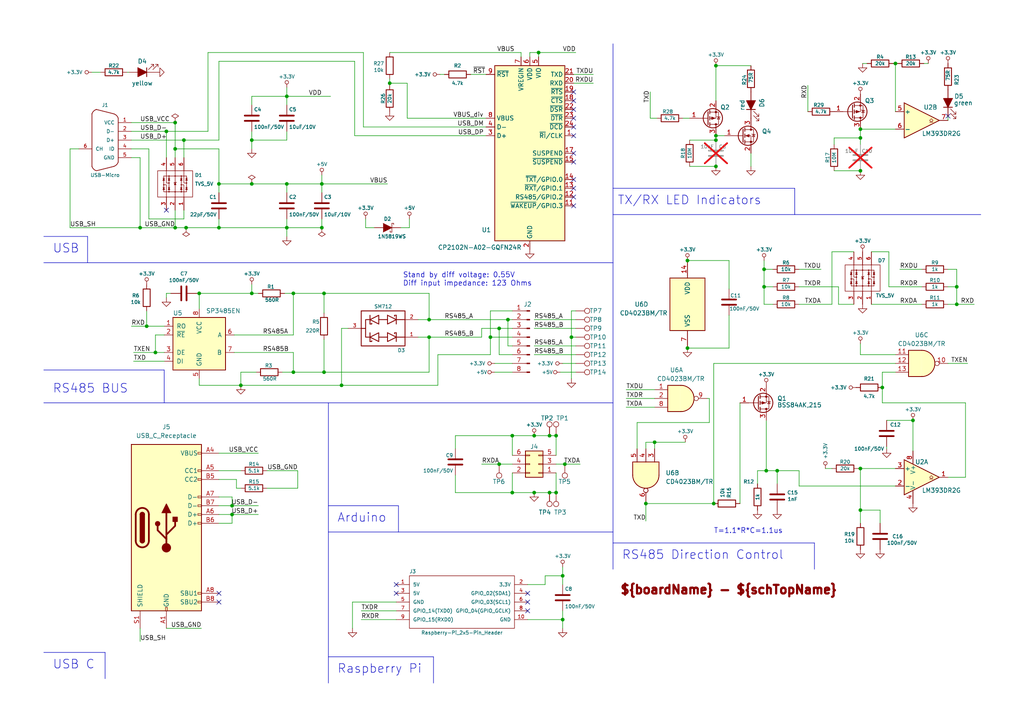
<source format=kicad_sch>
(kicad_sch (version 20231120) (generator "eeschema") (generator_version "8.0")
  (paper "A4")
  (title_block (title "${boardName} - ${schTopName}") (date "2025-06-06") (rev "1.1"))
  (junction (at 124.46 97.79))
  (junction (at 69.85 111.76))
  (junction (at 277.495 88.265))
  (junction (at 221.615 78.105))
  (junction (at 63.5 53.34))
  (junction (at 163.195 167.005))
  (junction (at 124.46 92.71))
  (junction (at 45.085 102.235))
  (junction (at 259.715 18.415))
  (junction (at 159.385 126.365))
  (junction (at 93.345 53.34))
  (junction (at 85.09 85.09))
  (junction (at 83.185 66.04))
  (junction (at 207.01 146.05))
  (junction (at 221.615 83.185))
  (junction (at 207.645 39.37))
  (junction (at 187.325 146.05))
  (junction (at 189.865 128.27))
  (junction (at 264.795 121.92))
  (junction (at 249.555 49.53))
  (junction (at 42.545 94.615))
  (junction (at 50.8 43.18))
  (junction (at 255.905 112.395))
  (junction (at 199.39 100.965))
  (junction (at 207.645 48.26))
  (junction (at 93.98 107.95))
  (junction (at 165.735 97.79))
  (junction (at 53.975 66.04))
  (junction (at 93.98 85.09))
  (junction (at 40.64 66.04))
  (junction (at 277.495 83.185))
  (junction (at 99.06 111.76))
  (junction (at 249.555 135.89))
  (junction (at 67.31 146.685))
  (junction (at 222.25 136.525))
  (junction (at 83.185 53.34))
  (junction (at 85.09 107.95))
  (junction (at 83.185 27.94))
  (junction (at 161.29 126.365))
  (junction (at 148.59 126.365))
  (junction (at 199.39 75.565))
  (junction (at 73.025 85.09))
  (junction (at 113.03 24.13))
  (junction (at 163.195 179.705))
  (junction (at 144.78 95.25))
  (junction (at 144.78 134.62))
  (junction (at 207.645 19.05))
  (junction (at 225.425 136.525))
  (junction (at 53.34 40.64))
  (junction (at 93.345 66.04))
  (junction (at 249.555 37.465))
  (junction (at 163.83 134.62))
  (junction (at 48.26 38.1))
  (junction (at 207.645 40.64))
  (junction (at 249.555 40.005))
  (junction (at 156.21 15.24))
  (junction (at 154.94 126.365))
  (junction (at 142.24 97.79))
  (junction (at 67.31 149.225))
  (junction (at 50.8 66.04))
  (junction (at 147.32 92.71))
  (junction (at 161.29 142.875))
  (junction (at 57.785 85.09))
  (junction (at 154.94 142.875))
  (junction (at 50.8 35.56))
  (junction (at 73.025 40.64))
  (junction (at 159.385 142.875))
  (junction (at 63.5 66.04))
  (junction (at 249.555 147.955))
  (junction (at 148.59 142.875))
  (junction (at 73.025 53.34))
  (no_connect (at 48.26 60.96))
  (no_connect (at 166.37 54.61))
  (no_connect (at 114.935 172.085))
  (no_connect (at 166.37 59.69))
  (no_connect (at 166.37 57.15))
  (no_connect (at 166.37 52.07))
  (no_connect (at 63.5 172.085))
  (no_connect (at 166.37 26.67))
  (no_connect (at 114.935 169.545))
  (no_connect (at 166.37 44.45))
  (no_connect (at 166.37 39.37))
  (no_connect (at 166.37 29.21))
  (no_connect (at 166.37 36.83))
  (no_connect (at 153.035 174.625))
  (no_connect (at 166.37 46.99))
  (no_connect (at 153.035 177.165))
  (no_connect (at 166.37 34.29))
  (no_connect (at 63.5 174.625))
  (no_connect (at 166.37 31.75))
  (no_connect (at 153.035 172.085))
  (no_connect (at 274.955 33.655))
  (wire (pts (xy 153.67 16.51) (xy 153.67 15.24)))
  (wire (pts (xy 20.32 43.18) (xy 20.32 66.04)))
  (wire (pts (xy 102.87 17.78) (xy 102.87 39.37)))
  (wire (pts (xy 163.195 177.165) (xy 163.195 179.705)))
  (wire (pts (xy 73.025 40.64) (xy 73.025 43.18)))
  (wire (pts (xy 118.11 24.13) (xy 118.11 34.29)))
  (wire (pts (xy 154.94 92.71) (xy 167.005 92.71)))
  (polyline (pts (xy 230.505 62.23) (xy 230.505 54.61)))
  (wire (pts (xy 124.46 92.71) (xy 124.46 85.09)))
  (wire (pts (xy 132.08 126.365) (xy 148.59 126.365)))
  (wire (pts (xy 249.555 99.695) (xy 249.555 102.87)))
  (wire (pts (xy 221.615 88.265) (xy 224.155 88.265)))
  (wire (pts (xy 249.555 37.465) (xy 259.715 37.465)))
  (wire (pts (xy 67.945 97.155) (xy 85.09 97.155)))
  (wire (pts (xy 73.025 27.94) (xy 83.185 27.94)))
  (wire (pts (xy 282.575 88.265) (xy 277.495 88.265)))
  (wire (pts (xy 104.775 177.165) (xy 114.935 177.165)))
  (wire (pts (xy 63.5 139.065) (xy 68.58 139.065)))
  (wire (pts (xy 260.985 78.105) (xy 267.335 78.105)))
  (wire (pts (xy 43.18 43.18) (xy 43.18 63.5)))
  (polyline (pts (xy 12.7 116.84) (xy 177.8 116.84)))
  (wire (pts (xy 73.025 30.48) (xy 73.025 27.94)))
  (wire (pts (xy 93.98 85.09) (xy 124.46 85.09)))
  (polyline (pts (xy 25.4 68.58) (xy 12.7 68.58)))
  (wire (pts (xy 73.025 38.1) (xy 73.025 40.64)))
  (wire (pts (xy 48.26 85.09) (xy 48.26 86.36)))
  (wire (pts (xy 200.025 48.26) (xy 207.645 48.26)))
  (wire (pts (xy 277.495 83.185) (xy 277.495 78.105)))
  (wire (pts (xy 105.41 15.24) (xy 105.41 36.83)))
  (wire (pts (xy 207.01 146.05) (xy 207.01 105.41)))
  (wire (pts (xy 63.5 53.34) (xy 63.5 55.88)))
  (wire (pts (xy 217.805 44.45) (xy 217.805 48.26)))
  (wire (pts (xy 189.865 128.27) (xy 198.755 128.27)))
  (wire (pts (xy 99.06 111.76) (xy 127 111.76)))
  (wire (pts (xy 207.645 19.05) (xy 217.805 19.05)))
  (wire (pts (xy 257.175 129.54) (xy 257.175 130.175)))
  (wire (pts (xy 222.25 136.525) (xy 225.425 136.525)))
  (wire (pts (xy 86.36 141.605) (xy 86.36 136.525)))
  (wire (pts (xy 106.045 66.04) (xy 108.585 66.04)))
  (wire (pts (xy 280.67 105.41) (xy 274.955 105.41)))
  (wire (pts (xy 143.51 105.41) (xy 148.59 105.41)))
  (wire (pts (xy 231.775 78.105) (xy 238.125 78.105)))
  (wire (pts (xy 165.735 97.79) (xy 165.735 109.855)))
  (wire (pts (xy 257.81 73.025) (xy 257.81 83.185)))
  (wire (pts (xy 132.08 137.795) (xy 132.08 142.875)))
  (wire (pts (xy 158.115 169.545) (xy 153.035 169.545)))
  (wire (pts (xy 114.935 174.625) (xy 102.235 174.625)))
  (wire (pts (xy 151.13 15.24) (xy 151.13 16.51)))
  (wire (pts (xy 63.5 63.5) (xy 63.5 66.04)))
  (wire (pts (xy 205.74 122.555) (xy 184.785 122.555)))
  (wire (pts (xy 211.455 75.565) (xy 199.39 75.565)))
  (wire (pts (xy 68.58 141.605) (xy 69.85 141.605)))
  (wire (pts (xy 81.915 107.95) (xy 85.09 107.95)))
  (wire (pts (xy 159.385 126.365) (xy 154.94 126.365)))
  (wire (pts (xy 142.24 90.17) (xy 148.59 90.17)))
  (wire (pts (xy 257.175 121.92) (xy 264.795 121.92)))
  (wire (pts (xy 93.345 53.34) (xy 93.345 55.88)))
  (wire (pts (xy 83.185 53.34) (xy 93.345 53.34)))
  (wire (pts (xy 148.59 142.875) (xy 154.94 142.875)))
  (polyline (pts (xy 177.8 76.2) (xy 12.7 76.2)))
  (wire (pts (xy 20.32 66.04) (xy 40.64 66.04)))
  (polyline (pts (xy 125.73 198.12) (xy 125.73 190.5)))
  (wire (pts (xy 274.955 88.265) (xy 277.495 88.265)))
  (wire (pts (xy 154.94 102.87) (xy 167.005 102.87)))
  (wire (pts (xy 162.56 107.95) (xy 167.005 107.95)))
  (wire (pts (xy 63.5 144.145) (xy 67.31 144.145)))
  (wire (pts (xy 127 111.76) (xy 127 102.87)))
  (wire (pts (xy 40.64 45.72) (xy 38.1 45.72)))
  (polyline (pts (xy 177.8 76.2) (xy 177.8 12.7)))
  (wire (pts (xy 69.85 107.95) (xy 69.85 111.76)))
  (wire (pts (xy 221.615 78.105) (xy 221.615 83.185)))
  (wire (pts (xy 50.8 35.56) (xy 38.1 35.56)))
  (wire (pts (xy 231.775 83.185) (xy 243.205 83.185)))
  (wire (pts (xy 102.87 39.37) (xy 140.97 39.37)))
  (wire (pts (xy 113.03 22.86) (xy 113.03 24.13)))
  (wire (pts (xy 142.24 102.87) (xy 142.24 97.79)))
  (wire (pts (xy 116.205 66.04) (xy 118.745 66.04)))
  (wire (pts (xy 163.195 164.465) (xy 163.195 167.005)))
  (wire (pts (xy 250.19 18.415) (xy 251.46 18.415)))
  (wire (pts (xy 219.71 136.525) (xy 219.71 140.335)))
  (wire (pts (xy 161.29 126.365) (xy 159.385 126.365)))
  (wire (pts (xy 184.785 122.555) (xy 184.785 130.175)))
  (wire (pts (xy 280.035 116.84) (xy 280.035 138.43)))
  (wire (pts (xy 167.005 90.17) (xy 165.735 90.17)))
  (wire (pts (xy 113.03 15.24) (xy 151.13 15.24)))
  (wire (pts (xy 57.785 85.09) (xy 57.15 85.09)))
  (wire (pts (xy 249.555 135.89) (xy 248.92 135.89)))
  (wire (pts (xy 57.785 85.09) (xy 73.025 85.09)))
  (wire (pts (xy 102.87 17.78) (xy 63.5 17.78)))
  (wire (pts (xy 104.775 179.705) (xy 114.935 179.705)))
  (wire (pts (xy 224.155 78.105) (xy 221.615 78.105)))
  (wire (pts (xy 118.11 24.13) (xy 113.03 24.13)))
  (wire (pts (xy 249.555 135.89) (xy 249.555 147.955)))
  (wire (pts (xy 205.74 115.57) (xy 205.105 115.57)))
  (wire (pts (xy 60.325 15.24) (xy 60.325 38.1)))
  (wire (pts (xy 153.67 15.24) (xy 156.21 15.24)))
  (wire (pts (xy 231.775 136.525) (xy 225.425 136.525)))
  (wire (pts (xy 45.085 102.235) (xy 47.625 102.235)))
  (wire (pts (xy 274.955 33.655) (xy 274.955 34.925)))
  (wire (pts (xy 63.5 66.04) (xy 83.185 66.04)))
  (wire (pts (xy 224.155 83.185) (xy 221.615 83.185)))
  (wire (pts (xy 83.185 27.94) (xy 83.185 30.48)))
  (wire (pts (xy 73.025 85.09) (xy 74.93 85.09)))
  (wire (pts (xy 63.5 136.525) (xy 69.85 136.525)))
  (wire (pts (xy 163.195 105.41) (xy 167.005 105.41)))
  (wire (pts (xy 148.59 102.87) (xy 144.78 102.87)))
  (wire (pts (xy 67.31 146.685) (xy 74.93 146.685)))
  (wire (pts (xy 48.26 182.245) (xy 58.42 182.245)))
  (wire (pts (xy 143.51 107.95) (xy 148.59 107.95)))
  (wire (pts (xy 163.195 167.005) (xy 158.115 167.005)))
  (wire (pts (xy 187.325 146.05) (xy 187.325 145.415)))
  (wire (pts (xy 247.65 73.025) (xy 241.3 73.025)))
  (wire (pts (xy 57.785 89.535) (xy 57.785 85.09)))
  (wire (pts (xy 57.785 111.76) (xy 69.85 111.76)))
  (wire (pts (xy 68.58 139.065) (xy 68.58 141.605)))
  (wire (pts (xy 63.5 43.18) (xy 63.5 53.34)))
  (wire (pts (xy 132.08 130.175) (xy 132.08 126.365)))
  (wire (pts (xy 85.09 102.235) (xy 85.09 107.95)))
  (wire (pts (xy 77.47 136.525) (xy 86.36 136.525)))
  (wire (pts (xy 113.03 24.13) (xy 113.03 24.765)))
  (wire (pts (xy 38.735 102.235) (xy 45.085 102.235)))
  (wire (pts (xy 38.1 94.615) (xy 42.545 94.615)))
  (wire (pts (xy 211.455 83.82) (xy 211.455 75.565)))
  (wire (pts (xy 255.905 107.95) (xy 255.905 112.395)))
  (wire (pts (xy 42.545 94.615) (xy 47.625 94.615)))
  (wire (pts (xy 67.31 151.765) (xy 67.31 149.225)))
  (wire (pts (xy 83.185 66.04) (xy 83.185 68.58)))
  (wire (pts (xy 40.64 66.04) (xy 40.64 45.72)))
  (wire (pts (xy 49.53 85.09) (xy 48.26 85.09)))
  (wire (pts (xy 259.715 18.415) (xy 259.715 32.385)))
  (wire (pts (xy 106.045 63.5) (xy 106.045 66.04)))
  (wire (pts (xy 83.185 40.64) (xy 83.185 38.1)))
  (wire (pts (xy 53.34 63.5) (xy 53.34 60.96)))
  (wire (pts (xy 159.385 142.875) (xy 154.94 142.875)))
  (wire (pts (xy 198.12 34.29) (xy 200.025 34.29)))
  (wire (pts (xy 222.25 121.92) (xy 222.25 136.525)))
  (wire (pts (xy 42.545 90.17) (xy 42.545 94.615)))
  (wire (pts (xy 99.06 95.25) (xy 99.06 111.76)))
  (polyline (pts (xy 236.22 165.1) (xy 236.22 157.48)))
  (wire (pts (xy 139.7 97.79) (xy 139.7 95.25)))
  (wire (pts (xy 181.61 118.11) (xy 189.865 118.11)))
  (wire (pts (xy 243.205 83.185) (xy 243.205 88.265)))
  (wire (pts (xy 82.55 85.09) (xy 85.09 85.09)))
  (wire (pts (xy 57.785 109.855) (xy 57.785 111.76)))
  (wire (pts (xy 124.46 97.79) (xy 124.46 107.95)))
  (wire (pts (xy 53.975 66.04) (xy 50.8 66.04)))
  (wire (pts (xy 22.86 43.18) (xy 20.32 43.18)))
  (wire (pts (xy 181.61 115.57) (xy 189.865 115.57)))
  (wire (pts (xy 63.5 66.04) (xy 53.975 66.04)))
  (wire (pts (xy 118.11 34.29) (xy 140.97 34.29)))
  (wire (pts (xy 280.035 138.43) (xy 274.955 138.43)))
  (wire (pts (xy 249.555 147.955) (xy 249.555 151.765)))
  (wire (pts (xy 45.085 97.155) (xy 47.625 97.155)))
  (wire (pts (xy 48.26 38.1) (xy 60.325 38.1)))
  (wire (pts (xy 156.21 15.24) (xy 167.005 15.24)))
  (wire (pts (xy 207.645 39.37) (xy 210.185 39.37)))
  (wire (pts (xy 144.78 134.62) (xy 139.7 134.62)))
  (polyline (pts (xy 230.505 54.61) (xy 177.8 54.61)))
  (wire (pts (xy 255.905 116.84) (xy 280.035 116.84)))
  (wire (pts (xy 73.025 40.64) (xy 83.185 40.64)))
  (wire (pts (xy 121.285 97.79) (xy 124.46 97.79)))
  (wire (pts (xy 190.5 34.29) (xy 188.595 34.29)))
  (wire (pts (xy 118.745 66.04) (xy 118.745 63.5)))
  (polyline (pts (xy 177.8 165.1) (xy 177.8 76.2)))
  (polyline (pts (xy 95.25 154.305) (xy 177.8 154.305)))
  (wire (pts (xy 163.195 167.005) (xy 163.195 169.545)))
  (wire (pts (xy 241.935 49.53) (xy 249.555 49.53)))
  (wire (pts (xy 102.235 174.625) (xy 102.235 182.245)))
  (wire (pts (xy 53.34 40.64) (xy 63.5 40.64)))
  (wire (pts (xy 38.1 40.64) (xy 53.34 40.64)))
  (polyline (pts (xy 177.8 62.23) (xy 284.48 62.23)))
  (wire (pts (xy 43.18 63.5) (xy 53.34 63.5)))
  (wire (pts (xy 93.98 98.425) (xy 93.98 107.95)))
  (wire (pts (xy 187.325 151.13) (xy 187.325 146.05)))
  (polyline (pts (xy 25.4 76.2) (xy 25.4 68.58)))
  (wire (pts (xy 127 102.87) (xy 142.24 102.87)))
  (wire (pts (xy 136.525 21.59) (xy 140.97 21.59)))
  (wire (pts (xy 38.1 43.18) (xy 43.18 43.18)))
  (polyline (pts (xy 47.625 107.315) (xy 12.7 107.315)))
  (wire (pts (xy 249.555 147.955) (xy 255.27 147.955)))
  (wire (pts (xy 105.41 36.83) (xy 140.97 36.83)))
  (wire (pts (xy 83.185 63.5) (xy 83.185 66.04)))
  (wire (pts (xy 83.185 27.94) (xy 95.885 27.94)))
  (wire (pts (xy 200.025 40.64) (xy 207.645 40.64)))
  (wire (pts (xy 67.31 149.225) (xy 74.93 149.225)))
  (wire (pts (xy 222.25 136.525) (xy 219.71 136.525)))
  (wire (pts (xy 252.73 88.265) (xy 267.335 88.265)))
  (wire (pts (xy 50.8 43.18) (xy 63.5 43.18)))
  (wire (pts (xy 207.01 105.41) (xy 259.715 105.41)))
  (wire (pts (xy 231.775 140.97) (xy 231.775 136.525)))
  (polyline (pts (xy 125.73 190.5) (xy 95.25 190.5)))
  (wire (pts (xy 148.59 100.33) (xy 147.32 100.33)))
  (wire (pts (xy 259.715 135.89) (xy 249.555 135.89)))
  (wire (pts (xy 45.085 97.155) (xy 45.085 102.235)))
  (wire (pts (xy 211.455 91.44) (xy 211.455 100.965)))
  (wire (pts (xy 148.59 132.08) (xy 148.59 126.365)))
  (polyline (pts (xy 115.57 146.685) (xy 95.25 146.685)))
  (wire (pts (xy 211.455 100.965) (xy 199.39 100.965)))
  (polyline (pts (xy 47.625 116.84) (xy 47.625 107.315)))
  (wire (pts (xy 93.98 85.09) (xy 93.98 90.805)))
  (polyline (pts (xy 236.22 157.48) (xy 177.8 157.48)))
  (wire (pts (xy 172.085 24.13) (xy 166.37 24.13)))
  (wire (pts (xy 36.83 20.955) (xy 37.465 20.955)))
  (wire (pts (xy 259.715 140.97) (xy 231.775 140.97)))
  (wire (pts (xy 77.47 141.605) (xy 86.36 141.605)))
  (wire (pts (xy 234.315 24.765) (xy 234.315 32.385)))
  (wire (pts (xy 154.94 95.25) (xy 167.005 95.25)))
  (wire (pts (xy 40.64 182.245) (xy 40.64 186.055)))
  (wire (pts (xy 124.46 92.71) (xy 147.32 92.71)))
  (wire (pts (xy 189.865 130.175) (xy 189.865 128.27)))
  (wire (pts (xy 161.29 137.16) (xy 161.29 142.875)))
  (wire (pts (xy 207.645 19.05) (xy 207.645 29.21)))
  (wire (pts (xy 259.08 18.415) (xy 259.715 18.415)))
  (wire (pts (xy 225.425 136.525) (xy 225.425 140.335)))
  (wire (pts (xy 63.5 151.765) (xy 67.31 151.765)))
  (wire (pts (xy 163.195 179.705) (xy 163.195 182.245)))
  (wire (pts (xy 243.205 88.265) (xy 247.65 88.265)))
  (wire (pts (xy 207.645 39.37) (xy 207.645 40.64)))
  (wire (pts (xy 277.495 88.265) (xy 277.495 83.185)))
  (wire (pts (xy 83.185 53.34) (xy 73.025 53.34)))
  (wire (pts (xy 165.735 97.79) (xy 167.005 97.79)))
  (wire (pts (xy 260.35 18.415) (xy 259.715 18.415)))
  (wire (pts (xy 38.1 38.1) (xy 48.26 38.1)))
  (wire (pts (xy 148.59 137.16) (xy 148.59 142.875)))
  (wire (pts (xy 142.24 97.79) (xy 148.59 97.79)))
  (wire (pts (xy 73.025 82.55) (xy 73.025 85.09)))
  (wire (pts (xy 148.59 134.62) (xy 144.78 134.62)))
  (wire (pts (xy 147.32 100.33) (xy 147.32 92.71)))
  (wire (pts (xy 187.325 146.05) (xy 207.01 146.05)))
  (wire (pts (xy 156.21 15.24) (xy 156.21 16.51)))
  (wire (pts (xy 172.085 21.59) (xy 166.37 21.59)))
  (wire (pts (xy 264.795 121.92) (xy 264.795 130.81)))
  (wire (pts (xy 221.615 83.185) (xy 221.615 88.265)))
  (wire (pts (xy 26.67 20.955) (xy 29.21 20.955)))
  (wire (pts (xy 47.625 104.775) (xy 38.735 104.775)))
  (wire (pts (xy 67.945 102.235) (xy 85.09 102.235)))
  (wire (pts (xy 124.46 97.79) (xy 139.7 97.79)))
  (wire (pts (xy 63.5 53.34) (xy 73.025 53.34)))
  (wire (pts (xy 144.78 102.87) (xy 144.78 95.25)))
  (wire (pts (xy 249.555 102.87) (xy 259.715 102.87)))
  (wire (pts (xy 139.7 95.25) (xy 144.78 95.25)))
  (wire (pts (xy 221.615 75.565) (xy 221.615 78.105)))
  (wire (pts (xy 83.185 55.88) (xy 83.185 53.34)))
  (wire (pts (xy 63.5 17.78) (xy 63.5 40.64)))
  (wire (pts (xy 255.27 147.955) (xy 255.27 151.765)))
  (wire (pts (xy 154.94 100.33) (xy 167.005 100.33)))
  (wire (pts (xy 50.8 35.56) (xy 50.8 43.18)))
  (wire (pts (xy 153.035 179.705) (xy 163.195 179.705)))
  (wire (pts (xy 147.32 92.71) (xy 148.59 92.71)))
  (wire (pts (xy 188.595 26.67) (xy 188.595 34.29)))
  (wire (pts (xy 93.98 107.95) (xy 124.46 107.95)))
  (wire (pts (xy 144.78 95.25) (xy 148.59 95.25)))
  (wire (pts (xy 85.09 85.09) (xy 85.09 97.155)))
  (wire (pts (xy 99.06 95.25) (xy 100.965 95.25)))
  (wire (pts (xy 85.09 85.09) (xy 93.98 85.09)))
  (wire (pts (xy 48.26 38.1) (xy 48.26 45.72)))
  (wire (pts (xy 214.63 116.84) (xy 214.63 146.05)))
  (wire (pts (xy 127.635 21.59) (xy 128.905 21.59)))
  (wire (pts (xy 249.555 40.005) (xy 249.555 37.465)))
  (wire (pts (xy 83.185 25.4) (xy 83.185 27.94)))
  (wire (pts (xy 63.5 146.685) (xy 67.31 146.685)))
  (polyline (pts (xy 30.48 189.23) (xy 12.7 189.23)))
  (polyline (pts (xy 95.25 198.12) (xy 95.25 116.84)))
  (wire (pts (xy 53.34 40.64) (xy 53.34 45.72)))
  (wire (pts (xy 93.345 50.8) (xy 93.345 53.34)))
  (wire (pts (xy 163.83 134.62) (xy 161.29 134.62)))
  (wire (pts (xy 257.81 83.185) (xy 267.335 83.185)))
  (wire (pts (xy 93.345 63.5) (xy 93.345 66.04)))
  (wire (pts (xy 121.285 92.71) (xy 124.46 92.71)))
  (wire (pts (xy 241.935 41.91) (xy 241.935 40.005)))
  (wire (pts (xy 168.275 134.62) (xy 163.83 134.62)))
  (wire (pts (xy 142.24 97.79) (xy 142.24 90.17)))
  (wire (pts (xy 93.345 53.34) (xy 112.395 53.34)))
  (wire (pts (xy 249.555 41.91) (xy 249.555 40.005)))
  (wire (pts (xy 63.5 149.225) (xy 67.31 149.225)))
  (polyline (pts (xy 30.48 196.85) (xy 30.48 189.23)))
  (wire (pts (xy 239.395 135.89) (xy 241.3 135.89)))
  (wire (pts (xy 205.74 115.57) (xy 205.74 122.555)))
  (wire (pts (xy 267.97 18.415) (xy 269.24 18.415)))
  (wire (pts (xy 241.3 73.025) (xy 241.3 88.265)))
  (wire (pts (xy 69.85 107.95) (xy 74.295 107.95)))
  (wire (pts (xy 231.775 88.265) (xy 241.3 88.265)))
  (wire (pts (xy 85.09 107.95) (xy 93.98 107.95)))
  (wire (pts (xy 252.73 73.025) (xy 257.81 73.025)))
  (wire (pts (xy 259.715 107.95) (xy 255.905 107.95)))
  (wire (pts (xy 50.8 66.04) (xy 40.64 66.04)))
  (wire (pts (xy 67.31 144.145) (xy 67.31 146.685)))
  (wire (pts (xy 50.8 45.72) (xy 50.8 43.18)))
  (wire (pts (xy 165.735 90.17) (xy 165.735 97.79)))
  (wire (pts (xy 187.325 130.175) (xy 187.325 128.27)))
  (polyline (pts (xy 115.57 154.305) (xy 115.57 146.685)))
  (wire (pts (xy 274.955 83.185) (xy 277.495 83.185)))
  (wire (pts (xy 161.29 142.875) (xy 159.385 142.875)))
  (wire (pts (xy 50.8 66.04) (xy 50.8 60.96)))
  (wire (pts (xy 161.29 132.08) (xy 161.29 126.365)))
  (wire (pts (xy 187.325 128.27) (xy 189.865 128.27)))
  (wire (pts (xy 255.905 112.395) (xy 255.905 116.84)))
  (wire (pts (xy 277.495 78.105) (xy 274.955 78.105)))
  (wire (pts (xy 148.59 126.365) (xy 154.94 126.365)))
  (wire (pts (xy 132.08 142.875) (xy 148.59 142.875)))
  (wire (pts (xy 69.85 111.76) (xy 99.06 111.76)))
  (wire (pts (xy 60.325 15.24) (xy 105.41 15.24)))
  (wire (pts (xy 93.345 66.04) (xy 83.185 66.04)))
  (wire (pts (xy 158.115 167.005) (xy 158.115 169.545)))
  (wire (pts (xy 63.5 131.445) (xy 74.93 131.445)))
  (wire (pts (xy 181.61 113.03) (xy 189.865 113.03)))
  (wire (pts (xy 241.935 40.005) (xy 249.555 40.005)))
  (text "Stand by diff voltage: 0.55V\nDiff input impedance: 123 Ohms" (at 116.84 83.185 0) (effects (font (size 1.5 1.5)) (justify left bottom)))
  (text "Raspberry Pi" (at 97.79 195.58 0) (effects (font (size 2.54 2.54)) (justify left bottom)))
  (text "RS485 BUS" (at 15.24 114.3 0) (effects (font (size 2.54 2.54)) (justify left bottom)))
  (text "Arduino" (at 97.79 151.765 0) (effects (font (size 2.54 2.54)) (justify left bottom)))
  (text "T=1.1*R*C=1.1us" (at 207.01 154.94 0) (effects (font (size 1.5 1.5)) (justify left bottom)))
  (text "TX/RX LED Indicators" (at 179.07 59.69 0) (effects (font (size 2.54 2.54)) (justify left bottom)))
  (text "USB C" (at 15.24 194.31 0) (effects (font (size 2.54 2.54)) (justify left bottom)))
  (text "USB" (at 15.24 73.66 0) (effects (font (size 2.54 2.54)) (justify left bottom)))
  (text "RS485 Direction Control" (at 180.34 162.56 0) (effects (font (size 2.54 2.54)) (justify left bottom)))
  (text "${boardName} - ${schTopName}" (at 179.705 172.72 0) (effects (font (size 2.5 2.5) (thickness 0.8) (bold yes)) (justify left bottom)))
  (label "USB_VCC" (at 40.64 35.56 0))
  (label "TXD" (at 188.595 29.845 90))
  (label "TXDU" (at 181.61 113.03 0))
  (label "USB_GND" (at 58.42 182.245 180))
  (label "RXD" (at 282.575 88.265 180))
  (label "RS485B" (at 76.2 102.235 0))
  (label "USB_D-" (at 74.93 146.685 180))
  (label "TXDA" (at 181.61 118.11 0))
  (label "USB_DP" (at 140.335 39.37 180))
  (label "RS485_A" (at 154.94 92.71 0))
  (label "TXDR" (at 181.61 115.57 0))
  (label "RS485_B" (at 128.905 97.79 0))
  (label "RXDR" (at 260.985 83.185 0))
  (label "USB_GND" (at 86.36 136.525 180))
  (label "VBUS" (at 112.395 53.34 180))
  (label "TXEN" (at 280.67 105.41 180))
  (label "USB_D+" (at 40.64 40.64 0))
  (label "USB_GND" (at 41.91 66.04 0))
  (label "RXDA" (at 144.78 134.62 180))
  (label "TXEN" (at 38.735 102.235 0))
  (label "VBUS_div" (at 131.445 34.29 0))
  (label "TXDA" (at 168.275 134.62 180))
  (label "RXDA" (at 260.985 88.265 0))
  (label "TXD" (at 187.325 151.13 180))
  (label "RXDU" (at 172.085 24.13 180))
  (label "VDD" (at 93.345 27.94 180))
  (label "VBUS" (at 144.145 15.24 0))
  (label "USB_D+" (at 74.93 149.225 180))
  (label "RS485A" (at 76.2 97.155 0))
  (label "TXDA" (at 238.125 88.265 180))
  (label "RXD" (at 38.1 94.615 0))
  (label "~{RST}" (at 137.16 21.59 0))
  (label "TXD" (at 38.735 104.775 0))
  (label "RXDR" (at 104.775 179.705 0))
  (label "TXDU" (at 238.125 78.105 180))
  (label "TXDR" (at 104.775 177.165 0))
  (label "RS485_A" (at 154.94 100.33 0))
  (label "RS485_B" (at 154.94 95.25 0))
  (label "RS485_A" (at 128.905 92.71 0))
  (label "VDD" (at 167.005 15.24 180))
  (label "TXDR" (at 238.125 83.185 180))
  (label "RXDU" (at 260.985 78.105 0))
  (label "RXD" (at 234.315 28.575 90))
  (label "USB_DM" (at 140.335 36.83 180))
  (label "RS485_B" (at 154.94 102.87 0))
  (label "USB_D-" (at 40.64 38.1 0))
  (label "USB_VCC" (at 74.93 131.445 180))
  (label "TXDU" (at 172.085 21.59 180))
  (label "USB_SH" (at 20.32 66.04 0))
  (label "USB_SH" (at 40.64 186.055 0))
  (symbol (lib_id "Celebi:capacitor") (at 53.34 85.09 0) (unit 1)
    (property "Reference" "C7" (at 53.34 79.375 0) (effects (font (size 1.016 1.016))))
    (property "Value" "100nF/50V" (at 53.34 81.28 0) (effects (font (size 1.016 1.016))))
    (property "Footprint" "Capacitor_SMD:C_0603_1608Metric" (effects (hide yes)))
    (property "Description" "50V 100nF X7R ±10% 0603  Multilayer Ceramic Capacitors MLCC - SMD/SMT ROHS" (effects (hide yes)))
    (property "Tolerance" "10%" (effects (hide yes)))
    (property "Power" "_" (effects (hide yes)))
    (property "Manufacturer" "Yageo" (effects (hide yes)))
    (property "PartNumber" "CC0603KRX7R9BB104" (effects (hide yes)))
    (property "Digikey" "1276-6854-1-ND" (effects (hide yes)))
    (property "LCSC" "C14663" (effects (hide yes)))
  )
  (symbol (lib_id "Celebi:+5V") (at 93.345 50.8 0) (unit 1)
    (property "Reference" "#PWR017" (effects (hide yes)))
    (property "Value" "+5V" (at 93.345 47.625 0) (effects (font (size 1.016 1.016))))
  )
  (symbol (lib_id "Celebi:resistor") (at 93.98 94.615 90) (mirror x) (unit 1)
    (property "Reference" "R5" (at 92.71 93.345 90) (effects (font (size 1.016 1.016)) (justify left)))
    (property "Value" "220R" (at 92.71 95.885 90) (effects (font (size 1.016 1.016)) (justify left)))
    (property "Footprint" "Resistor_SMD:R_0603_1608Metric" (effects (hide yes)))
    (property "Datasheet" "https://wmsc.lcsc.com/wmsc/upload/file/pdf/v2/lcsc/2206010130_UNI-ROYAL-Uniroyal-Elec-0603WAF2200T5E_C22962.pdf" (effects (hide yes)))
    (property "Description" "100mW Thick Film Resistors 75V ±100ppm/℃ ±1% 220Ω 0603 Chip Resistor - Surface Mount ROHS" (effects (hide yes)))
    (property "Tolerance" "5%" (effects (hide yes)))
    (property "Power" "1/10W" (effects (hide yes)))
    (property "Manufacturer" "UNI-ROYAL(Uniroyal Elec)" (effects (hide yes)))
    (property "PartNumber" "0603WAF2200T5E" (effects (hide yes)))
    (property "LCSC" "C22962" (effects (hide yes)))
  )
  (symbol (lib_id "Celebi:SM712") (at 111.125 95.25 180) (unit 1)
    (property "Reference" "D3" (at 117.475 101.6 0) (effects (font (size 1.016 1.016)) (justify left)))
    (property "Value" "SM712" (at 111.125 88.9 0) (effects (font (size 1.016 1.016))))
    (property "Footprint" "Celebi:SOT23-3" (effects (hide yes)))
    (property "Description" "SOT-23  ESD Protection Devices ROHS" (effects (hide yes)))
    (property "Tolerance" "_" (effects (hide yes)))
    (property "Power" "400W" (effects (hide yes)))
    (property "Manufacturer" "DOWO" (effects (hide yes)))
    (property "PartNumber" "SM712" (effects (hide yes)))
    (property "Digikey" "!F6450CT-ND" (effects (hide yes)))
    (property "LCSC" "C293966" (effects (hide yes)))
  )
  (symbol (lib_id "Celebi:Raspberry-Pi4_Reverse_10P") (at 133.985 174.625 0) (unit 1)
    (property "Reference" "J3" (at 118.745 165.735 0) (effects (font (size 1.016 1.016)) (justify left)))
    (property "Value" "Raspberry-Pi_2x5-Pin_Header" (at 133.985 183.515 0) (effects (font (size 1.016 1.016))))
    (property "Footprint" "rs485RPihat:con-WR-PHD-61031021821" (effects (hide yes)))
    (property "Description" "2.54mm 2.54mm 双排 Gold Brass 2x5P 10 SMD,P=2.54mm  Female Headers ROHS" (effects (hide yes)))
    (property "Tolerance" "_" (effects (hide yes)))
    (property "Power" "_" (effects (hide yes)))
    (property "Manufacturer" "Boomele" (effects (hide yes)))
    (property "PartNumber" "C261072" (effects (hide yes)))
    (property "Digikey" "_" (effects (hide yes)))
    (property "LCSC" "C261072" (effects (hide yes)))
  )
  (symbol (lib_id "Celebi:capacitor") (at 163.195 173.355 270) (unit 1)
    (property "Reference" "C8" (at 163.83 170.815 90) (effects (font (size 1.016 1.016)) (justify left)))
    (property "Value" "100nF/50V" (at 163.83 175.895 90) (effects (font (size 1.016 1.016)) (justify left)))
    (property "Footprint" "Capacitor_SMD:C_0603_1608Metric" (effects (hide yes)))
    (property "Description" "50V 100nF X7R ±10% 0603  Multilayer Ceramic Capacitors MLCC - SMD/SMT ROHS" (effects (hide yes)))
    (property "Tolerance" "10%" (effects (hide yes)))
    (property "Power" "_" (effects (hide yes)))
    (property "Manufacturer" "Yageo" (effects (hide yes)))
    (property "PartNumber" "CC0603KRX7R9BB104" (effects (hide yes)))
    (property "Digikey" "1276-6854-1-ND" (effects (hide yes)))
    (property "LCSC" "C14663" (effects (hide yes)))
  )
  (symbol (lib_id "Celebi:GND") (at 163.195 182.245 0) (mirror y) (unit 1)
    (property "Reference" "#PWR0104" (effects (hide yes)))
    (property "Value" "GND" (effects (hide yes)))
  )
  (symbol (lib_id "Celebi:capacitor") (at 93.345 59.69 270) (unit 1)
    (property "Reference" "C3" (at 93.98 57.15 90) (effects (font (size 1.016 1.016)) (justify left)))
    (property "Value" "10uF/10V" (at 93.98 62.23 90) (effects (font (size 1.016 1.016)) (justify left)))
    (property "Footprint" "Capacitor_SMD:C_0603_1608Metric" (effects (hide yes)))
    (property "Datasheet" "https://wmsc.lcsc.com/wmsc/upload/file/pdf/v2/lcsc/2304140030_Samsung-Electro-Mechanics-CL10A106KP8NNNC_C19702.pdf" (effects (hide yes)))
    (property "Description" "10V 10uF X5R ±10% 0603 Multilayer Ceramic Capacitors MLCC - SMD/SMT ROHS" (effects (hide yes)))
    (property "Tolerance" "10%" (effects (hide yes)))
    (property "Manufacturer" "Samsung Electro-Mechanics" (effects (hide yes)))
    (property "PartNumber" "CL10A106KP8NNNC" (effects (hide yes)))
    (property "LCSC" "C19702" (effects (hide yes)))
  )
  (symbol (lib_id "Celebi:GND") (at 102.235 182.245 0) (mirror y) (unit 1)
    (property "Reference" "#PWR0105" (effects (hide yes)))
    (property "Value" "GND" (effects (hide yes)))
  )
  (symbol (lib_id "Celebi:+5V") (at 118.745 63.5 0) (unit 1)
    (property "Reference" "#PWR0111" (effects (hide yes)))
    (property "Value" "+5V" (at 118.745 60.325 0) (effects (font (size 1.016 1.016))))
  )
  (symbol (lib_id "Celebi:+3.3V") (at 106.045 63.5 0) (unit 1)
    (property "Reference" "#PWR0112" (effects (hide yes)))
    (property "Value" "+3.3V" (at 106.045 60.325 0) (effects (font (size 1.016 1.016))))
  )
  (symbol (lib_id "Celebi:+3.3V") (at 221.615 75.565 0) (unit 1)
    (property "Reference" "#PWR0110" (effects (hide yes)))
    (property "Value" "+3.3V" (at 221.615 72.39 0) (effects (font (size 1.016 1.016))))
  )
  (symbol (lib_id "Celebi:capacitor") (at 73.025 34.29 270) (unit 1)
    (property "Reference" "C4" (at 73.66 31.75 90) (effects (font (size 1.016 1.016)) (justify left)))
    (property "Value" "100nF/50V" (at 73.66 36.83 90) (effects (font (size 1.016 1.016)) (justify left)))
    (property "Footprint" "Capacitor_SMD:C_0603_1608Metric" (effects (hide yes)))
    (property "Description" "50V 100nF X7R ±10% 0603  Multilayer Ceramic Capacitors MLCC - SMD/SMT ROHS" (effects (hide yes)))
    (property "Tolerance" "10%" (effects (hide yes)))
    (property "Power" "_" (effects (hide yes)))
    (property "Manufacturer" "Yageo" (effects (hide yes)))
    (property "PartNumber" "CC0603KRX7R9BB104" (effects (hide yes)))
    (property "Digikey" "1276-6854-1-ND" (effects (hide yes)))
    (property "LCSC" "C14663" (effects (hide yes)))
  )
  (symbol (lib_id "Celebi:GND") (at 73.025 43.18 0) (mirror y) (unit 1)
    (property "Reference" "#PWR0129" (effects (hide yes)))
    (property "Value" "GND" (effects (hide yes)))
  )
  (symbol (lib_id "Celebi:resistor") (at 132.715 21.59 0) (mirror y) (unit 1)
    (property "Reference" "R2" (at 132.715 19.05 0) (effects (font (size 1.016 1.016))))
    (property "Value" "4.7k" (at 132.715 24.13 0) (effects (font (size 1.016 1.016))))
    (property "Footprint" "Resistor_SMD:R_0603_1608Metric" (effects (hide yes)))
    (property "Datasheet" "https://wmsc.lcsc.com/wmsc/upload/file/pdf/v2/lcsc/2206010116_UNI-ROYAL-Uniroyal-Elec-0603WAF4701T5E_C23162.pdf" (effects (hide yes)))
    (property "Description" "100mW Thick Film Resistors 75V ±100ppm/℃ ±1% 4.7kΩ 0603 Chip Resistor - Surface Mount ROHS" (effects (hide yes)))
    (property "Tolerance" "1%" (effects (hide yes)))
    (property "Power" "1/10W" (effects (hide yes)))
    (property "Manufacturer" "UNI-ROYAL(Uniroyal Elec)" (effects (hide yes)))
    (property "PartNumber" "0603WAF4701T5E" (effects (hide yes)))
    (property "LCSC" "C23162" (effects (hide yes)))
  )
  (symbol (lib_id "Celebi:+3.3V") (at 83.185 25.4 0) (unit 1)
    (property "Reference" "#PWR0106" (effects (hide yes)))
    (property "Value" "+3.3V" (at 83.185 22.225 0) (effects (font (size 1.016 1.016))))
  )
  (symbol (lib_id "Celebi:+3.3V") (at 163.195 164.465 0) (unit 1)
    (property "Reference" "#PWR0107" (effects (hide yes)))
    (property "Value" "+3.3V" (at 163.195 161.29 0) (effects (font (size 1.016 1.016))))
  )
  (symbol (lib_id "Celebi:+3.3V") (at 127.635 21.59 90) (unit 1)
    (property "Reference" "#PWR0109" (effects (hide yes)))
    (property "Value" "+3.3V" (at 122.555 21.59 90) (effects (font (size 1.016 1.016))))
  )
  (symbol (lib_id "Celebi:+3.3V") (at 73.025 82.55 0) (unit 1)
    (property "Reference" "#PWR0101" (effects (hide yes)))
    (property "Value" "+3.3V" (at 73.025 79.375 0) (effects (font (size 1.016 1.016))))
  )
  (symbol (lib_id "Celebi:824015") (at 50.8 53.34 270) (mirror x) (unit 1)
    (property "Reference" "D1" (at 56.515 50.8 90) (effects (font (size 1.016 1.016)) (justify left)))
    (property "Value" "TVS_5V" (at 56.515 53.34 90) (effects (font (size 1.016 1.016)) (justify left)))
    (property "Footprint" "Celebi:SOT23-6L" (effects (hide yes)))
    (property "Description" "SOT-23-6  ESD Protection Devices ROHS" (effects (hide yes)))
    (property "Tolerance" "_" (effects (hide yes)))
    (property "Power" "_" (effects (hide yes)))
    (property "Manufacturer" "Tech_Public" (effects (hide yes)))
    (property "PartNumber" "TPIP4220CZ6" (effects (hide yes)))
    (property "Digikey" "!1727-2751-1-ND" (effects (hide yes)))
    (property "LCSC" "C558417" (effects (hide yes)))
  )
  (symbol (lib_id "Celebi:GND") (at 83.185 68.58 0) (mirror y) (unit 1)
    (property "Reference" "#PWR0102" (effects (hide yes)))
    (property "Value" "GND" (effects (hide yes)))
  )
  (symbol (lib_id "Celebi:capacitor") (at 83.185 59.69 270) (unit 1)
    (property "Reference" "C2" (at 83.82 57.15 90) (effects (font (size 1.016 1.016)) (justify left)))
    (property "Value" "100nF/50V" (at 83.82 62.23 90) (effects (font (size 1.016 1.016)) (justify left)))
    (property "Footprint" "Capacitor_SMD:C_0603_1608Metric" (effects (hide yes)))
    (property "Description" "50V 100nF X7R ±10% 0603  Multilayer Ceramic Capacitors MLCC - SMD/SMT ROHS" (effects (hide yes)))
    (property "Tolerance" "10%" (effects (hide yes)))
    (property "Power" "_" (effects (hide yes)))
    (property "Manufacturer" "Yageo" (effects (hide yes)))
    (property "PartNumber" "CC0603KRX7R9BB104" (effects (hide yes)))
    (property "Digikey" "1276-6854-1-ND" (effects (hide yes)))
    (property "LCSC" "C14663" (effects (hide yes)))
  )
  (symbol (lib_id "Celebi:capacitor") (at 63.5 59.69 90) (mirror x) (unit 1)
    (property "Reference" "C1" (at 62.865 57.15 90) (effects (font (size 1.016 1.016)) (justify left)))
    (property "Value" "22pF/50V" (at 62.865 62.23 90) (effects (font (size 1.016 1.016)) (justify left)))
    (property "Footprint" "Capacitor_SMD:C_0603_1608Metric" (effects (hide yes)))
    (property "Description" "50V 22pF C0G ±5% 0603  Multilayer Ceramic Capacitors MLCC - SMD/SMT ROHS" (effects (hide yes)))
    (property "Tolerance" "5%" (effects (hide yes)))
    (property "Power" "_" (effects (hide yes)))
    (property "Manufacturer" "Samsung" (effects (hide yes)))
    (property "PartNumber" "CL10C220JB8NNNC" (effects (hide yes)))
    (property "Digikey" "1276-1023-1-ND" (effects (hide yes)))
    (property "LCSC" "C1653" (effects (hide yes)))
  )
  (symbol (lib_id "Celebi:resistor") (at 271.145 83.185 0) (unit 1)
    (property "Reference" "R10" (at 271.145 81.28 0) (effects (font (size 1.016 1.016))))
    (property "Value" "1k" (at 271.145 83.185 0) (effects (font (size 1.016 1.016))))
    (property "Footprint" "Resistor_SMD:R_0603_1608Metric" (effects (hide yes)))
    (property "Description" "100mW Thick Film Resistors ±100ppm/℃ ±1% 1kΩ 0603  Chip Resistor - Surface Mount ROHS" (effects (hide yes)))
    (property "Tolerance" "1%" (effects (hide yes)))
    (property "Power" "1/10W" (effects (hide yes)))
    (property "Manufacturer" "Uniroyal_Elec" (effects (hide yes)))
    (property "PartNumber" "0603WAF1001T5E" (effects (hide yes)))
    (property "Digikey" "311-1.00KHRCT-ND" (effects (hide yes)))
    (property "LCSC" "C21190" (effects (hide yes)))
  )
  (symbol (lib_id "Celebi:resistor") (at 271.145 88.265 0) (unit 1)
    (property "Reference" "R11" (at 271.145 86.36 0) (effects (font (size 1.016 1.016))))
    (property "Value" "1k" (at 271.145 88.265 0) (effects (font (size 1.016 1.016))))
    (property "Footprint" "Resistor_SMD:R_0603_1608Metric" (effects (hide yes)))
    (property "Description" "100mW Thick Film Resistors ±100ppm/℃ ±1% 1kΩ 0603  Chip Resistor - Surface Mount ROHS" (effects (hide yes)))
    (property "Tolerance" "1%" (effects (hide yes)))
    (property "Power" "1/10W" (effects (hide yes)))
    (property "Manufacturer" "Uniroyal_Elec" (effects (hide yes)))
    (property "PartNumber" "0603WAF1001T5E" (effects (hide yes)))
    (property "Digikey" "311-1.00KHRCT-ND" (effects (hide yes)))
    (property "LCSC" "C21190" (effects (hide yes)))
  )
  (symbol (lib_id "Celebi:USB-Micro") (at 30.48 40.64 0) (mirror y) (unit 1)
    (property "Reference" "J1" (at 30.48 30.48 0) (effects (font (size 1.016 1.016))))
    (property "Value" "USB-Micro" (at 30.48 50.8 0) (effects (font (size 1.016 1.016))))
    (property "Footprint" "Celebi:usb-MicroXNJ" (effects (hide yes)))
    (property "Description" "1A USB 2.0 1 Surface Mount 5 Female -20℃~+85℃ Micro-B SMD  USB Connectors ROHS" (effects (hide yes)))
    (property "Tolerance" "_" (effects (hide yes)))
    (property "Power" "1.8A" (effects (hide yes)))
    (property "Manufacturer" "Shou_Han" (effects (hide yes)))
    (property "PartNumber" "MicroXNJ" (effects (hide yes)))
    (property "Digikey" "!732-5961-1-ND" (effects (hide yes)))
    (property "LCSC" "C404969" (effects (hide yes)))
  )
  (symbol (lib_id "Celebi:capacitor") (at 132.08 133.985 90) (unit 1)
    (property "Reference" "C9" (at 131.445 132.08 90) (effects (font (size 1.016 1.016)) (justify left)))
    (property "Value" "100nF/50V" (at 131.445 136.525 90) (effects (font (size 1.016 1.016)) (justify left)))
    (property "Footprint" "Capacitor_SMD:C_0603_1608Metric" (effects (hide yes)))
    (property "Description" "50V 100nF X7R ±10% 0603  Multilayer Ceramic Capacitors MLCC - SMD/SMT ROHS" (effects (hide yes)))
    (property "Tolerance" "10%" (effects (hide yes)))
    (property "Power" "_" (effects (hide yes)))
    (property "Manufacturer" "Yageo" (effects (hide yes)))
    (property "PartNumber" "CC0603KRX7R9BB104" (effects (hide yes)))
    (property "Digikey" "1276-6854-1-ND" (effects (hide yes)))
    (property "LCSC" "C14663" (effects (hide yes)))
  )
  (symbol (lib_id "Celebi:resistor") (at 271.145 78.105 0) (unit 1)
    (property "Reference" "R9" (at 271.145 76.2 0) (effects (font (size 1.016 1.016))))
    (property "Value" "1k" (at 271.145 78.105 0) (effects (font (size 1.016 1.016))))
    (property "Footprint" "Resistor_SMD:R_0603_1608Metric" (effects (hide yes)))
    (property "Description" "100mW Thick Film Resistors ±100ppm/℃ ±1% 1kΩ 0603  Chip Resistor - Surface Mount ROHS" (effects (hide yes)))
    (property "Tolerance" "1%" (effects (hide yes)))
    (property "Power" "1/10W" (effects (hide yes)))
    (property "Manufacturer" "Uniroyal_Elec" (effects (hide yes)))
    (property "PartNumber" "0603WAF1001T5E" (effects (hide yes)))
    (property "Digikey" "311-1.00KHRCT-ND" (effects (hide yes)))
    (property "LCSC" "C21190" (effects (hide yes)))
  )
  (symbol (lib_id "power:PWR_FLAG") (at 93.345 66.04 180) (unit 1)
    (property "Reference" "#FLG05" (effects (hide yes)))
    (property "Value" "PWR_FLAG" (effects (hide yes)))
  )
  (symbol (lib_id "Celebi:GND") (at 217.805 48.26 0) (unit 1)
    (property "Reference" "#PWR030" (effects (hide yes)))
    (property "Value" "GND" (effects (hide yes)))
  )
  (symbol (lib_id "Celebi:resistor") (at 217.805 22.86 90) (mirror x) (unit 1)
    (property "Reference" "R24" (at 215.9 21.59 0) (effects (font (size 1.016 1.016)) (justify left)))
    (property "Value" "75R" (at 217.805 20.955 0) (effects (font (size 1.016 1.016)) (justify left)))
    (property "Footprint" "Resistor_SMD:R_0603_1608Metric" (effects (hide yes)))
    (property "Description" "100mW Thick Film Resistors 75V ±1% ±200ppm/℃ 75Ω 0603 Chip Resistor - Surface Mount ROHS" (effects (hide yes)))
    (property "Tolerance" "1%" (effects (hide yes)))
    (property "Power" "1/10W" (effects (hide yes)))
    (property "Manufacturer" "UNI-ROYAL(Uniroyal Elec)" (effects (hide yes)))
    (property "PartNumber" "0603WAF750JT5E" (effects (hide yes)))
    (property "LCSC" "C4275" (effects (hide yes)))
  )
  (symbol (lib_id "4xxx:4023") (at 199.39 88.265 0) (unit 4)
    (property "Reference" "U6" (at 186.055 88.265 0))
    (property "Value" "CD4023BM/TR" (at 186.69 90.805 0))
    (property "Footprint" "Package_SO:SOIC-14_3.9x8.7mm_P1.27mm" (effects (hide yes)))
    (property "Datasheet" "https://datasheet.lcsc.com/lcsc/2304111630_HGSEMI-CD4023BM-TR_C910853.pdf" (effects (hide yes)))
    (property "Description" "SOIC-14  Gates ROHS" (effects (hide yes)))
    (property "Digikey" "_" (effects (hide yes)))
    (property "LCSC" "C910853" (effects (hide yes)))
    (property "Manufacturer" "HGSEMI" (effects (hide yes)))
    (property "PartNumber" "CD4023BM/TR" (effects (hide yes)))
    (property "Power" "_" (effects (hide yes)))
    (property "Tolerance" "_" (effects (hide yes)))
  )
  (symbol (lib_name "resistor_2") (lib_id "Celebi:resistor") (at 113.03 19.05 90) (unit 1)
    (property "Reference" "R27" (at 109.855 18.415 90) (effects (font (size 1.016 1.016))))
    (property "Value" "10k" (at 109.855 20.32 90) (effects (font (size 1.016 1.016))))
    (property "Footprint" "Resistor_SMD:R_0603_1608Metric" (effects (hide yes)))
    (property "Datasheet" "https://wmsc.lcsc.com/wmsc/upload/file/pdf/v2/lcsc/2206010045_UNI-ROYAL-Uniroyal-Elec-0603WAF1002T5E_C25804.pdf" (effects (hide yes)))
    (property "Description" "100mW Thick Film Resistors 75V ±100ppm/℃ ±1% 10kΩ 0603 Chip Resistor - Surface Mount ROHS" (effects (hide yes)))
    (property "Tolerance" "1%" (effects (hide yes)))
    (property "Power" "1/10W" (effects (hide yes)))
    (property "Manufacturer" "UNI-ROYAL(Uniroyal Elec)" (effects (hide yes)))
    (property "PartNumber" "0603WAF1002T5E" (effects (hide yes)))
    (property "LCSC" "C25804" (effects (hide yes)))
  )
  (symbol (lib_id "Connector:Conn_01x08_Pin") (at 153.67 97.79 0) (mirror y) (unit 1)
    (property "Reference" "J2" (at 153.035 88.265 0))
    (property "Value" "TSM-108-01-T-SH-A-P-TR" (effects (hide yes)))
    (property "Footprint" "Connector_8-pin_SMT_hole_1.5mm" (effects (hide yes)))
    (property "LCSC" "C9900147851" (effects (hide yes)))
  )
  (symbol (lib_id "Celebi:GND") (at 154.94 142.875 0) (unit 1)
    (property "Reference" "#PWR037" (effects (hide yes)))
    (property "Value" "GND" (effects (hide yes)))
  )
  (symbol (lib_id "Celebi:capacitor") (at 207.645 44.45 90) (unit 1) (in_bom no) (dnp yes)
    (property "Reference" "C6" (at 209.55 42.545 90) (effects (font (size 1.016 1.016))))
    (property "Value" "10nF" (at 205.105 42.545 90) (effects (font (size 1.016 1.016))))
    (property "Footprint" "Capacitor_SMD:C_0603_1608Metric" (effects (hide yes)))
    (property "Description" "50V 10nF X7R ±10% 0603 Multilayer Ceramic Capacitors MLCC - SMD/SMT ROHS" (effects (hide yes)))
    (property "Tolerance" "10%" (effects (hide yes)))
    (property "Manufacturer" " FH (Guangdong Fenghua Advanced Tech)" (effects (hide yes)))
    (property "PartNumber" "0603B103K500NT" (effects (hide yes)))
    (property "LCSC" "C57112" (effects (hide yes)))
  )
  (symbol (lib_id "Device:Q_PMOS_GSD") (at 205.105 34.29 0) (mirror x) (unit 1)
    (property "Reference" "Q2" (at 208.915 31.115 0) (effects (justify left)))
    (property "Value" "BSS84AK,215" (effects (hide yes)))
    (property "Footprint" "Package_TO_SOT_SMD:SOT-23" (effects (hide yes)))
    (property "Datasheet" "https://datasheet.lcsc.com/lcsc/2304140030_Nexperia-BSS84AK-215_C127273.pdf" (effects (hide yes)))
    (property "Description" "50V 180mA 7.5Ω@10V,100mA P Channel SOT-23(TO-236)  MOSFETs ROHS" (effects (hide yes)))
    (property "Digikey" "---" (effects (hide yes)))
    (property "LCSC" "C127273" (effects (hide yes)))
    (property "Manufacturer" "Nexperia" (effects (hide yes)))
    (property "PartNumber" "BSS84AK,215" (effects (hide yes)))
    (property "Power" "50V 180mA" (effects (hide yes)))
    (property "Tolerance" "_" (effects (hide yes)))
  )
  (symbol (lib_id "Celebi:GND") (at 249.555 49.53 0) (unit 1)
    (property "Reference" "#PWR025" (effects (hide yes)))
    (property "Value" "GND" (effects (hide yes)))
  )
  (symbol (lib_id "Celebi:+3.3V") (at 143.51 105.41 90) (unit 1)
    (property "Reference" "#PWR01" (effects (hide yes)))
    (property "Value" "+3.3V" (at 138.43 105.41 90) (effects (font (size 1.016 1.016))))
  )
  (symbol (lib_id "Celebi:+3.3V") (at 222.25 111.76 0) (unit 1)
    (property "Reference" "#PWR011" (effects (hide yes)))
    (property "Value" "+3.3V" (at 222.25 108.585 0) (effects (font (size 1.016 1.016))))
  )
  (symbol (lib_id "Celebi:+3.3V") (at 26.67 20.955 90) (unit 1)
    (property "Reference" "#PWR027" (effects (hide yes)))
    (property "Value" "+3.3V" (at 21.59 20.955 90) (effects (font (size 1.016 1.016))))
  )
  (symbol (lib_id "Celebi:capacitor") (at 257.175 125.73 90) (unit 1)
    (property "Reference" "C12" (at 259.715 123.19 90) (effects (font (size 1.016 1.016))))
    (property "Value" "100nF/50V" (at 252.095 130.175 90) (effects (font (size 1.016 1.016))))
    (property "Footprint" "Capacitor_SMD:C_0603_1608Metric" (effects (hide yes)))
    (property "Description" "50V 100nF X7R ±10% 0603  Multilayer Ceramic Capacitors MLCC - SMD/SMT ROHS" (effects (hide yes)))
    (property "Tolerance" "10%" (effects (hide yes)))
    (property "Power" "_" (effects (hide yes)))
    (property "Manufacturer" "Yageo" (effects (hide yes)))
    (property "PartNumber" "CC0603KRX7R9BB104" (effects (hide yes)))
    (property "Digikey" "1276-6854-1-ND" (effects (hide yes)))
    (property "LCSC" "C14663" (effects (hide yes)))
  )
  (symbol (lib_id "Connector:TestPoint") (at 167.005 95.25 270) (unit 1)
    (property "Reference" "TP9" (at 174.625 95.25 90) (effects (justify right)))
    (property "Value" "TestPoint" (effects (hide yes)))
    (property "Footprint" "rs485RPihat:testpoint_no_border" (effects (hide yes)))
    (property "Description" "test point" (effects (hide yes)))
  )
  (symbol (lib_id "Connector:TestPoint") (at 161.29 126.365 0) (unit 1)
    (property "Reference" "TP1" (at 161.29 121.285 0) (effects (justify left)))
    (property "Value" "TestPoint" (effects (hide yes)))
    (property "Footprint" "rs485RPihat:testpoint_no_border" (effects (hide yes)))
    (property "Description" "test point" (effects (hide yes)))
  )
  (symbol (lib_id "Celebi:GND") (at 207.645 48.26 0) (unit 1)
    (property "Reference" "#PWR033" (effects (hide yes)))
    (property "Value" "GND" (effects (hide yes)))
  )
  (symbol (lib_id "Celebi:capacitor") (at 225.425 144.145 90) (unit 1)
    (property "Reference" "C15" (at 229.87 142.875 90) (effects (font (size 1.016 1.016))))
    (property "Value" "1nF" (at 229.87 144.78 90) (effects (font (size 1.016 1.016))))
    (property "Footprint" "Capacitor_SMD:C_0603_1608Metric" (effects (hide yes)))
    (property "Datasheet" "https://wmsc.lcsc.com/wmsc/upload/file/pdf/v2/lcsc/2304140030_Samsung-Electro-Mechanics-CL10B102KB8NNNC_C1588.pdf" (effects (hide yes)))
    (property "Description" "50V 1nF X7R ±10% 0603 Multilayer Ceramic Capacitors MLCC - SMD/SMT ROHS" (effects (hide yes)))
    (property "Tolerance" "10%" (effects (hide yes)))
    (property "Manufacturer" "Samsung Electro-Mechanics" (effects (hide yes)))
    (property "PartNumber" "CL10B102KB8NNNC" (effects (hide yes)))
    (property "LCSC" "C1588" (effects (hide yes)))
  )
  (symbol (lib_id "Celebi:+3.3V") (at 163.195 105.41 90) (unit 1)
    (property "Reference" "#PWR016" (effects (hide yes)))
    (property "Value" "+3.3V" (at 158.115 105.41 90) (effects (font (size 1.016 1.016))))
  )
  (symbol (lib_id "Connector:TestPoint") (at 159.385 126.365 0) (unit 1)
    (property "Reference" "TP2" (at 156.845 121.285 0) (effects (justify left)))
    (property "Value" "TestPoint" (effects (hide yes)))
    (property "Footprint" "rs485RPihat:testpoint_no_border" (effects (hide yes)))
    (property "Description" "test point" (effects (hide yes)))
  )
  (symbol (lib_id "Connector:TestPoint") (at 167.005 100.33 270) (unit 1)
    (property "Reference" "TP11" (at 175.895 100.33 90) (effects (justify right)))
    (property "Value" "TestPoint" (effects (hide yes)))
    (property "Footprint" "rs485RPihat:testpoint_no_border" (effects (hide yes)))
    (property "Description" "test point" (effects (hide yes)))
  )
  (symbol (lib_id "Interface_UART:SP3485EN") (at 57.785 99.695 0) (unit 1)
    (property "Reference" "U5" (at 50.165 90.805 0) (effects (justify left)))
    (property "Value" "SP3485EN" (at 59.7409 90.17 0) (effects (justify left)))
    (property "Footprint" "Package_SO:SOIC-8_3.9x4.9mm_P1.27mm" (effects (hide yes)))
    (property "Datasheet" "http://www.icbase.com/pdf/SPX/SPX00480106.pdf" (effects (hide yes)))
    (property "Description" "transceiver 10Mbps 1/1 SOIC-8  RS-485/RS-422 ICs ROHS" (effects (hide yes)))
    (property "LCSC" "C8963" (effects (hide yes)))
    (property "Manufacturer" "MaxLinear" (effects (hide yes)))
    (property "PartNumber" "SP3485EN-L/TR" (effects (hide yes)))
    (property "Power" "_" (effects (hide yes)))
    (property "Tolerance" "_" (effects (hide yes)))
  )
  (symbol (lib_id "power:PWR_FLAG") (at 73.025 53.34 0) (unit 1)
    (property "Reference" "#FLG01" (effects (hide yes)))
    (property "Value" "PWR_FLAG" (effects (hide yes)))
  )
  (symbol (lib_id "power:PWR_FLAG") (at 50.8 35.56 0) (unit 1)
    (property "Reference" "#FLG04" (effects (hide yes)))
    (property "Value" "PWR_FLAG" (effects (hide yes)))
  )
  (symbol (lib_id "Celebi:resistor") (at 194.31 34.29 180) (unit 1)
    (property "Reference" "R28" (at 193.675 32.385 0) (effects (font (size 1.016 1.016))))
    (property "Value" "4.7k" (at 194.31 34.29 0) (effects (font (size 1.016 1.016))))
    (property "Footprint" "Resistor_SMD:R_0603_1608Metric" (effects (hide yes)))
    (property "Description" "100mW Thick Film Resistors 75V ±100ppm/℃ ±1% 4.7kΩ 0603 Chip Resistor - Surface Mount ROHS" (effects (hide yes)))
    (property "Tolerance" "1%" (effects (hide yes)))
    (property "Power" "1/10W" (effects (hide yes)))
    (property "Manufacturer" "UNI-ROYAL(Uniroyal Elec)" (effects (hide yes)))
    (property "PartNumber" "0603WAF4701T5E" (effects (hide yes)))
    (property "LCSC" "C23162" (effects (hide yes)))
  )
  (symbol (lib_id "4xxx:4023") (at 187.325 137.795 270) (unit 2)
    (property "Reference" "U6" (at 193.04 137.1517 90) (effects (justify left)))
    (property "Value" "CD4023BM/TR" (at 193.04 139.6917 90) (effects (justify left)))
    (property "Footprint" "Package_SO:SOIC-14_3.9x8.7mm_P1.27mm" (effects (hide yes)))
    (property "Datasheet" "https://datasheet.lcsc.com/lcsc/2304111630_HGSEMI-CD4023BM-TR_C910853.pdf" (effects (hide yes)))
    (property "Description" "SOIC-14  Gates ROHS" (effects (hide yes)))
    (property "Digikey" "_" (effects (hide yes)))
    (property "LCSC" "C910853" (effects (hide yes)))
    (property "Manufacturer" "HGSEMI" (effects (hide yes)))
    (property "PartNumber" "CD4023BM/TR" (effects (hide yes)))
    (property "Power" "_" (effects (hide yes)))
    (property "Tolerance" "_" (effects (hide yes)))
  )
  (symbol (lib_id "Connector:TestPoint") (at 167.005 107.95 270) (unit 1)
    (property "Reference" "TP14" (at 175.895 107.95 90) (effects (justify right)))
    (property "Value" "TestPoint" (effects (hide yes)))
    (property "Footprint" "rs485RPihat:testpoint_no_border" (effects (hide yes)))
    (property "Description" "test point" (effects (hide yes)))
  )
  (symbol (lib_id "Connector:TestPoint") (at 167.005 102.87 270) (unit 1)
    (property "Reference" "TP12" (at 175.895 102.87 90) (effects (justify right)))
    (property "Value" "TestPoint" (effects (hide yes)))
    (property "Footprint" "rs485RPihat:testpoint_no_border" (effects (hide yes)))
    (property "Description" "test point" (effects (hide yes)))
  )
  (symbol (lib_id "Celebi:+3.3V") (at 239.395 135.89 0) (mirror y) (unit 1)
    (property "Reference" "#PWR07" (effects (hide yes)))
    (property "Value" "+3.3V" (at 239.395 130.81 90) (effects (font (size 1.016 1.016))))
  )
  (symbol (lib_id "Celebi:capacitor") (at 211.455 87.63 90) (unit 1)
    (property "Reference" "C11" (at 213.36 85.725 90) (effects (font (size 1.016 1.016))))
    (property "Value" "100nF/50V" (at 215.9 89.535 90) (effects (font (size 1.016 1.016))))
    (property "Footprint" "Capacitor_SMD:C_0603_1608Metric" (effects (hide yes)))
    (property "Description" "50V 100nF X7R ±10% 0603  Multilayer Ceramic Capacitors MLCC - SMD/SMT ROHS" (effects (hide yes)))
    (property "Tolerance" "10%" (effects (hide yes)))
    (property "Power" "_" (effects (hide yes)))
    (property "Manufacturer" "Yageo" (effects (hide yes)))
    (property "PartNumber" "CC0603KRX7R9BB104" (effects (hide yes)))
    (property "Digikey" "1276-6854-1-ND" (effects (hide yes)))
    (property "LCSC" "C14663" (effects (hide yes)))
  )
  (symbol (lib_id "Celebi:resistor") (at 73.66 136.525 0) (unit 1)
    (property "Reference" "R14" (at 73.66 134.62 0) (effects (font (size 1.016 1.016))))
    (property "Value" "5.1k" (at 73.66 136.525 0) (effects (font (size 1.016 1.016))))
    (property "Footprint" "Resistor_SMD:R_0402_1005Metric" (effects (hide yes)))
    (property "Description" "62.5mW Thick Film Resistors ±100ppm/℃ ±1% 5.1kΩ 0402  Chip Resistor - Surface Mount ROHS" (effects (hide yes)))
    (property "Tolerance" "1%" (effects (hide yes)))
    (property "Power" "1/10W" (effects (hide yes)))
    (property "LCSC" "C25905" (effects (hide yes)))
  )
  (symbol (lib_id "Celebi:GND") (at 113.03 32.385 0) (unit 1)
    (property "Reference" "#PWR019" (effects (hide yes)))
    (property "Value" "GND" (effects (hide yes)))
  )
  (symbol (lib_id "Celebi:resistor") (at 264.16 18.415 0) (unit 1)
    (property "Reference" "R13" (at 264.16 16.51 0) (effects (font (size 1.016 1.016))))
    (property "Value" "20k" (at 264.16 18.415 0) (effects (font (size 1.016 1.016))))
    (property "Footprint" "Resistor_SMD:R_0603_1608Metric" (effects (hide yes)))
    (property "Datasheet" "https://wmsc.lcsc.com/wmsc/upload/file/pdf/v2/lcsc/2206010230_UNI-ROYAL-Uniroyal-Elec-0603WAF2002T5E_C4184.pdf" (effects (hide yes)))
    (property "Description" "100mW Thick Film Resistors 75V ±100ppm/℃ ±1% 20kΩ 0603 Chip Resistor - Surface Mount ROHS" (effects (hide yes)))
    (property "Tolerance" "1%" (effects (hide yes)))
    (property "Power" "1/10W" (effects (hide yes)))
    (property "Manufacturer" "UNI-ROYAL(Uniroyal Elec)" (effects (hide yes)))
    (property "PartNumber" "0603WAF2002T5E" (effects (hide yes)))
    (property "LCSC" "C4184" (effects (hide yes)))
  )
  (symbol (lib_id "Device:Q_NMOS_GSD") (at 215.265 39.37 0) (unit 1)
    (property "Reference" "Q4" (at 220.98 38.0999 0) (effects (justify left)))
    (property "Value" "Q_NMOS_GSD" (effects (hide yes)))
    (property "Footprint" "Package_TO_SOT_SMD:SOT-23" (effects (hide yes)))
    (property "Description" "60V 115mA 200mW 7.5Ω@10V,500mA 2.5V@250uA 1PCSNChannel SOT-23 MOSFETs ROHS" (effects (hide yes)))
    (property "LCSC" " C8545" (effects (hide yes)))
    (property "Part Number" "2N7002" (effects (hide yes)))
  )
  (symbol (lib_id "4xxx:4023") (at 267.335 105.41 0) (unit 3)
    (property "Reference" "U6" (at 267.3267 97.155 0))
    (property "Value" "CD4023BM/TR" (at 267.3267 99.695 0))
    (property "Footprint" "Package_SO:SOIC-14_3.9x8.7mm_P1.27mm" (effects (hide yes)))
    (property "Datasheet" "https://datasheet.lcsc.com/lcsc/2304111630_HGSEMI-CD4023BM-TR_C910853.pdf" (effects (hide yes)))
    (property "Description" "SOIC-14  Gates ROHS" (effects (hide yes)))
    (property "Digikey" "_" (effects (hide yes)))
    (property "LCSC" "C910853" (effects (hide yes)))
    (property "Manufacturer" "HGSEMI" (effects (hide yes)))
    (property "PartNumber" "CD4023BM/TR" (effects (hide yes)))
    (property "Power" "_" (effects (hide yes)))
    (property "Tolerance" "_" (effects (hide yes)))
  )
  (symbol (lib_id "Celebi:+3.3V") (at 264.795 121.92 0) (unit 1)
    (property "Reference" "#PWR06" (effects (hide yes)))
    (property "Value" "+3.3V" (at 264.795 118.745 0) (effects (font (size 1.016 1.016))))
  )
  (symbol (lib_id "Celebi:GND") (at 48.26 86.36 0) (unit 1)
    (property "Reference" "#PWR018" (effects (hide yes)))
    (property "Value" "GND" (effects (hide yes)))
  )
  (symbol (lib_id "Celebi:resistor") (at 238.125 32.385 180) (unit 1)
    (property "Reference" "R29" (at 237.49 30.48 0) (effects (font (size 1.016 1.016))))
    (property "Value" "4.7k" (at 238.125 32.385 0) (effects (font (size 1.016 1.016))))
    (property "Footprint" "Resistor_SMD:R_0603_1608Metric" (effects (hide yes)))
    (property "Description" "100mW Thick Film Resistors 75V ±100ppm/℃ ±1% 4.7kΩ 0603 Chip Resistor - Surface Mount ROHS" (effects (hide yes)))
    (property "Tolerance" "1%" (effects (hide yes)))
    (property "Power" "1/10W" (effects (hide yes)))
    (property "Manufacturer" "UNI-ROYAL(Uniroyal Elec)" (effects (hide yes)))
    (property "PartNumber" "0603WAF4701T5E" (effects (hide yes)))
    (property "LCSC" "C23162" (effects (hide yes)))
  )
  (symbol (lib_id "power:PWR_FLAG") (at 53.975 66.04 180) (unit 1)
    (property "Reference" "#FLG03" (effects (hide yes)))
    (property "Value" "PWR_FLAG" (effects (hide yes)))
  )
  (symbol (lib_id "Connector_Generic:Conn_02x03_Odd_Even") (at 156.21 134.62 180) (unit 1)
    (property "Reference" "J4" (at 154.94 129.54 0))
    (property "Value" "Conn_02x03_Odd_Even" (effects (hide yes)))
    (property "Footprint" "Connector_PinHeader_2.54mm:PinHeader_2x03_P2.54mm_Vertical_SMD" (effects (hide yes)))
    (property "Datasheet" "https://jlcpcb.com/partdetail/221272-2_54_23P/C192301" (effects (hide yes)))
    (property "Description" "Generic connector, double row, 02x03, odd/even pin numbering scheme (row 1 odd numbers, row 2 even numbers), script generated (kicad-library-utils/schlib/autogen/connector/)" (effects (hide yes)))
    (property "LCSC" "C192301" (effects (hide yes)))
  )
  (symbol (lib_name "resistor_5") (lib_id "Celebi:resistor") (at 227.965 78.105 0) (unit 1)
    (property "Reference" "R6" (at 227.965 76.2 0) (effects (font (size 1.016 1.016))))
    (property "Value" "10k" (at 227.965 78.105 0) (effects (font (size 1.016 1.016))))
    (property "Footprint" "Resistor_SMD:R_0603_1608Metric" (effects (hide yes)))
    (property "Datasheet" "https://wmsc.lcsc.com/wmsc/upload/file/pdf/v2/lcsc/2206010045_UNI-ROYAL-Uniroyal-Elec-0603WAF1002T5E_C25804.pdf" (effects (hide yes)))
    (property "Description" "100mW Thick Film Resistors 75V ±100ppm/℃ ±1% 10kΩ 0603 Chip Resistor - Surface Mount ROHS" (effects (hide yes)))
    (property "Tolerance" "1%" (effects (hide yes)))
    (property "Power" "1/10W" (effects (hide yes)))
    (property "Manufacturer" "UNI-ROYAL(Uniroyal Elec)" (effects (hide yes)))
    (property "PartNumber" "0603WAF1002T5E" (effects (hide yes)))
    (property "LCSC" "C25804" (effects (hide yes)))
  )
  (symbol (lib_id "Celebi:+3.3V") (at 250.19 73.025 0) (unit 1)
    (property "Reference" "#PWR036" (effects (hide yes)))
    (property "Value" "+3.3V" (at 250.19 69.85 0) (effects (font (size 1.016 1.016))))
  )
  (symbol (lib_id "Celebi:resistor") (at 227.965 88.265 0) (unit 1)
    (property "Reference" "R8" (at 227.965 86.36 0) (effects (font (size 1.016 1.016))))
    (property "Value" "10k" (at 227.965 88.265 0) (effects (font (size 1.016 1.016))))
    (property "Footprint" "Resistor_SMD:R_0603_1608Metric" (effects (hide yes)))
    (property "Datasheet" "https://wmsc.lcsc.com/wmsc/upload/file/pdf/v2/lcsc/2206010045_UNI-ROYAL-Uniroyal-Elec-0603WAF1002T5E_C25804.pdf" (effects (hide yes)))
    (property "Description" "100mW Thick Film Resistors 75V ±100ppm/℃ ±1% 10kΩ 0603 Chip Resistor - Surface Mount ROHS" (effects (hide yes)))
    (property "Tolerance" "1%" (effects (hide yes)))
    (property "Power" "1/10W" (effects (hide yes)))
    (property "Manufacturer" "UNI-ROYAL(Uniroyal Elec)" (effects (hide yes)))
    (property "PartNumber" "0603WAF1002T5E" (effects (hide yes)))
    (property "LCSC" "C25804" (effects (hide yes)))
  )
  (symbol (lib_id "Celebi:+3.3V") (at 199.39 75.565 0) (unit 1)
    (property "Reference" "#PWR020" (effects (hide yes)))
    (property "Value" "+3.3V" (at 199.39 72.39 0) (effects (font (size 1.016 1.016))))
  )
  (symbol (lib_id "Celebi:GND") (at 249.555 159.385 0) (unit 1)
    (property "Reference" "#PWR014" (effects (hide yes)))
    (property "Value" "GND" (effects (hide yes)))
  )
  (symbol (lib_id "Connector:TestPoint") (at 167.005 105.41 270) (unit 1)
    (property "Reference" "TP13" (at 175.895 105.41 90) (effects (justify right)))
    (property "Value" "TestPoint" (effects (hide yes)))
    (property "Footprint" "rs485RPihat:testpoint_no_border" (effects (hide yes)))
    (property "Description" "test point" (effects (hide yes)))
  )
  (symbol (lib_id "Celebi:GND") (at 199.39 100.965 0) (unit 1)
    (property "Reference" "#PWR021" (effects (hide yes)))
    (property "Value" "GND" (effects (hide yes)))
  )
  (symbol (lib_id "Connector:TestPoint") (at 144.78 134.62 180) (unit 1)
    (property "Reference" "TP6" (at 142.875 139.7 0) (effects (justify right)))
    (property "Value" "TestPoint" (effects (hide yes)))
    (property "Footprint" "rs485RPihat:testpoint_no_border" (effects (hide yes)))
    (property "Description" "test point" (effects (hide yes)))
  )
  (symbol (lib_id "Connector:TestPoint") (at 167.005 92.71 270) (unit 1)
    (property "Reference" "TP8" (at 174.625 92.71 90) (effects (justify right)))
    (property "Value" "TestPoint" (effects (hide yes)))
    (property "Footprint" "rs485RPihat:testpoint_no_border" (effects (hide yes)))
    (property "Description" "test point" (effects (hide yes)))
  )
  (symbol (lib_id "Connector:TestPoint") (at 167.005 90.17 270) (unit 1)
    (property "Reference" "TP7" (at 174.625 90.17 90) (effects (justify right)))
    (property "Value" "TestPoint" (effects (hide yes)))
    (property "Footprint" "rs485RPihat:testpoint_no_border" (effects (hide yes)))
    (property "Description" "test point" (effects (hide yes)))
  )
  (symbol (lib_id "Device:LED_Filled") (at 274.955 29.845 90) (unit 1)
    (property "Reference" "D5" (at 278.13 27.94 90))
    (property "Value" "green" (at 279.4 29.845 90))
    (property "Footprint" "LED_SMD:LED_0805_2012Metric" (effects (hide yes)))
    (property "Description" "Emerald 0805 LED Indication - Discrete ROHS" (effects (hide yes)))
    (property "LCSC" "C2297" (effects (hide yes)))
    (property "Manufacturer" " Hubei KENTO Elec" (effects (hide yes)))
    (property "PartNumber" "KT-0805G" (effects (hide yes)))
    (property "Power" "20mA" (effects (hide yes)))
  )
  (symbol (lib_id "Connector:TestPoint") (at 159.385 142.875 180) (unit 1)
    (property "Reference" "TP4" (at 156.21 148.59 0) (effects (justify right)))
    (property "Value" "TestPoint" (effects (hide yes)))
    (property "Footprint" "rs485RPihat:testpoint_no_border" (effects (hide yes)))
    (property "Description" "test point" (effects (hide yes)))
  )
  (symbol (lib_id "Celebi:+5V") (at 143.51 107.95 90) (unit 1)
    (property "Reference" "#PWR02" (effects (hide yes)))
    (property "Value" "+5V" (at 139.7 107.95 90) (effects (font (size 1.016 1.016))))
  )
  (symbol (lib_id "Celebi:824015") (at 250.19 80.645 270) (mirror x) (unit 1)
    (property "Reference" "D7" (at 254.635 75.565 90) (effects (font (size 1.016 1.016)) (justify left)))
    (property "Value" "TVS_5V" (at 254 85.725 90) (effects (font (size 1.016 1.016)) (justify left)))
    (property "Footprint" "Celebi:SOT23-6L" (effects (hide yes)))
    (property "Description" "SOT-23-6  ESD Protection Devices ROHS" (effects (hide yes)))
    (property "Tolerance" "_" (effects (hide yes)))
    (property "Power" "_" (effects (hide yes)))
    (property "Manufacturer" "Tech_Public" (effects (hide yes)))
    (property "PartNumber" "TPIP4220CZ6" (effects (hide yes)))
    (property "Digikey" "!1727-2751-1-ND" (effects (hide yes)))
    (property "LCSC" "C558417" (effects (hide yes)))
  )
  (symbol (lib_name "resistor_4") (lib_id "Celebi:resistor") (at 249.555 155.575 90) (unit 1)
    (property "Reference" "R19" (at 246.38 154.94 90) (effects (font (size 1.016 1.016))))
    (property "Value" "10k" (at 246.38 156.845 90) (effects (font (size 1.016 1.016))))
    (property "Footprint" "Resistor_SMD:R_0603_1608Metric" (effects (hide yes)))
    (property "Datasheet" "https://wmsc.lcsc.com/wmsc/upload/file/pdf/v2/lcsc/2206010045_UNI-ROYAL-Uniroyal-Elec-0603WAF1002T5E_C25804.pdf" (effects (hide yes)))
    (property "Description" "100mW Thick Film Resistors 75V ±100ppm/℃ ±1% 10kΩ 0603 Chip Resistor - Surface Mount ROHS" (effects (hide yes)))
    (property "Tolerance" "1%" (effects (hide yes)))
    (property "Power" "1/10W" (effects (hide yes)))
    (property "Manufacturer" "UNI-ROYAL(Uniroyal Elec)" (effects (hide yes)))
    (property "PartNumber" "0603WAF1002T5E" (effects (hide yes)))
    (property "LCSC" "C25804" (effects (hide yes)))
  )
  (symbol (lib_id "Celebi:+5V") (at 162.56 107.95 90) (unit 1)
    (property "Reference" "#PWR08" (effects (hide yes)))
    (property "Value" "+5V" (at 158.75 107.95 90) (effects (font (size 1.016 1.016))))
  )
  (symbol (lib_id "Comparator:LM393") (at 267.335 138.43 0) (unit 1)
    (property "Reference" "U2" (at 267.335 133.985 0))
    (property "Value" "LM393DR2G" (at 273.05 142.24 0))
    (property "Footprint" "Package_SO:SOIC-8_3.9x4.9mm_P1.27mm" (effects (hide yes)))
    (property "Description" "5mV 0.25uA 2 SOIC-8  Comparators ROHS" (effects (hide yes)))
    (property "Digikey" "_" (effects (hide yes)))
    (property "LCSC" "C7955" (effects (hide yes)))
    (property "Manufacturer" "onsemi" (effects (hide yes)))
    (property "PartNumber" "LM393DR2G" (effects (hide yes)))
    (property "Power" "_" (effects (hide yes)))
    (property "Tolerance" "_" (effects (hide yes)))
  )
  (symbol (lib_id "Celebi:GND") (at 257.175 130.175 0) (mirror y) (unit 1)
    (property "Reference" "#PWR023" (effects (hide yes)))
    (property "Value" "GND" (effects (hide yes)))
  )
  (symbol (lib_id "Celebi:capacitor") (at 83.185 34.29 270) (unit 1)
    (property "Reference" "C5" (at 83.82 31.75 90) (effects (font (size 1.016 1.016)) (justify left)))
    (property "Value" "10uF/10V" (at 83.82 36.83 90) (effects (font (size 1.016 1.016)) (justify left)))
    (property "Footprint" "Capacitor_SMD:C_0603_1608Metric" (effects (hide yes)))
    (property "Datasheet" "https://wmsc.lcsc.com/wmsc/upload/file/pdf/v2/lcsc/2304140030_Samsung-Electro-Mechanics-CL10A106KP8NNNC_C19702.pdf" (effects (hide yes)))
    (property "Description" "10V 10uF X5R ±10% 0603 Multilayer Ceramic Capacitors MLCC - SMD/SMT ROHS" (effects (hide yes)))
    (property "Tolerance" "10%" (effects (hide yes)))
    (property "Manufacturer" "Samsung Electro-Mechanics" (effects (hide yes)))
    (property "PartNumber" "CL10A106KP8NNNC" (effects (hide yes)))
    (property "LCSC" "C19702" (effects (hide yes)))
  )
  (symbol (lib_id "Celebi:GND") (at 219.71 147.955 0) (unit 1)
    (property "Reference" "#PWR013" (effects (hide yes)))
    (property "Value" "GND" (effects (hide yes)))
  )
  (symbol (lib_id "Comparator:LM393") (at 267.335 34.925 0) (unit 2)
    (property "Reference" "U2" (at 269.875 31.115 0))
    (property "Value" "LM393DR2G" (at 273.05 38.735 0))
    (property "Footprint" "Package_SO:SOIC-8_3.9x4.9mm_P1.27mm" (effects (hide yes)))
    (property "Description" "5mV 0.25uA 2 SOIC-8  Comparators ROHS" (effects (hide yes)))
    (property "Digikey" "_" (effects (hide yes)))
    (property "LCSC" "C7955" (effects (hide yes)))
    (property "Manufacturer" "onsemi" (effects (hide yes)))
    (property "PartNumber" "LM393DR2G" (effects (hide yes)))
    (property "Power" "_" (effects (hide yes)))
    (property "Tolerance" "_" (effects (hide yes)))
  )
  (symbol (lib_id "Celebi:resistor") (at 42.545 86.36 90) (unit 1)
    (property "Reference" "R6" (at 39.37 85.725 90) (effects (font (size 1.016 1.016))))
    (property "Value" "10k" (at 39.37 87.63 90) (effects (font (size 1.016 1.016))))
    (property "Footprint" "Resistor_SMD:R_0603_1608Metric" (effects (hide yes)))
    (property "Datasheet" "https://wmsc.lcsc.com/wmsc/upload/file/pdf/v2/lcsc/2206010045_UNI-ROYAL-Uniroyal-Elec-0603WAF1002T5E_C25804.pdf" (effects (hide yes)))
    (property "Description" "100mW Thick Film Resistors 75V ±100ppm/℃ ±1% 10kΩ 0603 Chip Resistor - Surface Mount ROHS" (effects (hide yes)))
    (property "Tolerance" "1%" (effects (hide yes)))
    (property "Power" "1/10W" (effects (hide yes)))
    (property "Manufacturer" "UNI-ROYAL(Uniroyal Elec)" (effects (hide yes)))
    (property "PartNumber" "0603WAF1002T5E" (effects (hide yes)))
    (property "LCSC" "C25804" (effects (hide yes)))
  )
  (symbol (lib_id "Celebi:+3.3V") (at 42.545 82.55 0) (unit 1)
    (property "Reference" "#PWR0101" (effects (hide yes)))
    (property "Value" "+3.3V" (at 42.545 79.375 0) (effects (font (size 1.016 1.016))))
  )
  (symbol (lib_id "Celebi:+3.3V") (at 269.24 18.415 0) (mirror y) (unit 1)
    (property "Reference" "#PWR028" (effects (hide yes)))
    (property "Value" "+3.3V" (at 269.24 15.24 0) (effects (font (size 1.016 1.016))))
  )
  (symbol (lib_id "Device:LED_Filled") (at 41.275 20.955 180) (unit 1)
    (property "Reference" "D4" (at 41.275 17.78 0))
    (property "Value" "yellow" (at 41.275 24.13 0))
    (property "Footprint" "LED_SMD:LED_0805_2012Metric" (effects (hide yes)))
    (property "Datasheet" "https://wmsc.lcsc.com/wmsc/upload/file/pdf/v2/lcsc/1806151129_Hubei-KENTO-Elec-KT-0805Y_C2296.pdf" (effects (hide yes)))
    (property "Description" "Yellow 0805 LED Indication - Discrete ROHS" (effects (hide yes)))
    (property "LCSC" "C2296" (effects (hide yes)))
    (property "Manufacturer" "Hubei KENTO Elec" (effects (hide yes)))
    (property "PartNumber" " KT-0805Y" (effects (hide yes)))
  )
  (symbol (lib_id "4xxx:4023") (at 197.485 115.57 0) (unit 1)
    (property "Reference" "U6" (at 196.215 107.315 0))
    (property "Value" "CD4023BM/TR" (at 197.4767 109.855 0))
    (property "Footprint" "Package_SO:SOIC-14_3.9x8.7mm_P1.27mm" (effects (hide yes)))
    (property "Datasheet" "https://datasheet.lcsc.com/lcsc/2304111630_HGSEMI-CD4023BM-TR_C910853.pdf" (effects (hide yes)))
    (property "Description" "SOIC-14  Gates ROHS" (effects (hide yes)))
    (property "Digikey" "_" (effects (hide yes)))
    (property "LCSC" "C910853" (effects (hide yes)))
    (property "Manufacturer" "HGSEMI" (effects (hide yes)))
    (property "PartNumber" "CD4023BM/TR" (effects (hide yes)))
    (property "Power" "_" (effects (hide yes)))
    (property "Tolerance" "_" (effects (hide yes)))
  )
  (symbol (lib_id "Comparator:LM393") (at 267.335 138.43 0) (unit 3)
    (property "Reference" "U2" (effects (hide yes)))
    (property "Value" "LM393DR2G" (effects (hide yes)))
    (property "Footprint" "Package_SO:SOIC-8_3.9x4.9mm_P1.27mm" (effects (hide yes)))
    (property "Description" "5mV 0.25uA 2 SOIC-8  Comparators ROHS" (effects (hide yes)))
    (property "Digikey" "_" (effects (hide yes)))
    (property "LCSC" "C7955" (effects (hide yes)))
    (property "Manufacturer" "onsemi" (effects (hide yes)))
    (property "PartNumber" "LM393DR2G" (effects (hide yes)))
    (property "Power" "_" (effects (hide yes)))
    (property "Tolerance" "_" (effects (hide yes)))
  )
  (symbol (lib_id "Celebi:+3.3V") (at 249.555 99.695 0) (unit 1)
    (property "Reference" "#PWR010" (effects (hide yes)))
    (property "Value" "+3.3V" (at 249.555 96.52 0) (effects (font (size 1.016 1.016))))
  )
  (symbol (lib_id "Celebi:resistor") (at 219.71 144.145 90) (unit 1)
    (property "Reference" "R12" (at 217.17 139.7 90) (effects (font (size 1.016 1.016))))
    (property "Value" "1k" (at 219.71 144.145 0) (effects (font (size 1.016 1.016))))
    (property "Footprint" "Resistor_SMD:R_0603_1608Metric" (effects (hide yes)))
    (property "Description" "100mW Thick Film Resistors ±100ppm/℃ ±1% 1kΩ 0603  Chip Resistor - Surface Mount ROHS" (effects (hide yes)))
    (property "Tolerance" "1%" (effects (hide yes)))
    (property "Power" "1/10W" (effects (hide yes)))
    (property "Manufacturer" "Uniroyal_Elec" (effects (hide yes)))
    (property "PartNumber" "0603WAF1001T5E" (effects (hide yes)))
    (property "Digikey" "311-1.00KHRCT-ND" (effects (hide yes)))
    (property "LCSC" "C21190" (effects (hide yes)))
  )
  (symbol (lib_id "Celebi:GND") (at 250.19 88.265 0) (unit 1)
    (property "Reference" "#PWR038" (effects (hide yes)))
    (property "Value" "GND" (effects (hide yes)))
  )
  (symbol (lib_id "Device:Q_PMOS_GSD") (at 247.015 32.385 0) (mirror x) (unit 1)
    (property "Reference" "Q3" (at 250.825 29.21 0) (effects (justify left)))
    (property "Value" "BSS84AK,215" (effects (hide yes)))
    (property "Footprint" "Package_TO_SOT_SMD:SOT-23" (effects (hide yes)))
    (property "Datasheet" "https://datasheet.lcsc.com/lcsc/2304140030_Nexperia-BSS84AK-215_C127273.pdf" (effects (hide yes)))
    (property "Description" "50V 180mA 7.5Ω@10V,100mA P Channel SOT-23(TO-236)  MOSFETs ROHS" (effects (hide yes)))
    (property "Digikey" "---" (effects (hide yes)))
    (property "LCSC" "C127273" (effects (hide yes)))
    (property "Manufacturer" "Nexperia" (effects (hide yes)))
    (property "PartNumber" "BSS84AK,215" (effects (hide yes)))
    (property "Power" "50V 180mA" (effects (hide yes)))
    (property "Tolerance" "_" (effects (hide yes)))
  )
  (symbol (lib_id "Celebi:resistor") (at 227.965 83.185 0) (unit 1)
    (property "Reference" "R7" (at 227.965 81.28 0) (effects (font (size 1.016 1.016))))
    (property "Value" "10k" (at 227.965 83.185 0) (effects (font (size 1.016 1.016))))
    (property "Footprint" "Resistor_SMD:R_0603_1608Metric" (effects (hide yes)))
    (property "Datasheet" "https://wmsc.lcsc.com/wmsc/upload/file/pdf/v2/lcsc/2206010045_UNI-ROYAL-Uniroyal-Elec-0603WAF1002T5E_C25804.pdf" (effects (hide yes)))
    (property "Description" "100mW Thick Film Resistors 75V ±100ppm/℃ ±1% 10kΩ 0603 Chip Resistor - Surface Mount ROHS" (effects (hide yes)))
    (property "Tolerance" "1%" (effects (hide yes)))
    (property "Power" "1/10W" (effects (hide yes)))
    (property "Manufacturer" "UNI-ROYAL(Uniroyal Elec)" (effects (hide yes)))
    (property "PartNumber" "0603WAF1002T5E" (effects (hide yes)))
    (property "LCSC" "C25804" (effects (hide yes)))
  )
  (symbol (lib_id "Celebi:resistor") (at 73.66 141.605 0) (unit 1)
    (property "Reference" "R15" (at 73.66 139.7 0) (effects (font (size 1.016 1.016))))
    (property "Value" "5.1k" (at 73.66 141.605 0) (effects (font (size 1.016 1.016))))
    (property "Footprint" "Resistor_SMD:R_0402_1005Metric" (effects (hide yes)))
    (property "Description" "62.5mW Thick Film Resistors ±100ppm/℃ ±1% 5.1kΩ 0402  Chip Resistor - Surface Mount ROHS" (effects (hide yes)))
    (property "Tolerance" "1%" (effects (hide yes)))
    (property "Power" "1/10W" (effects (hide yes)))
    (property "LCSC" "C25905" (effects (hide yes)))
  )
  (symbol (lib_id "Celebi:resistor") (at 274.955 22.225 90) (mirror x) (unit 1)
    (property "Reference" "R23" (at 277.495 21.59 0) (effects (font (size 1.016 1.016)) (justify left)))
    (property "Value" "75R" (at 274.955 20.32 0) (effects (font (size 1.016 1.016)) (justify left)))
    (property "Footprint" "Resistor_SMD:R_0603_1608Metric" (effects (hide yes)))
    (property "Description" "100mW Thick Film Resistors 75V ±1% ±200ppm/℃ 75Ω 0603 Chip Resistor - Surface Mount ROHS" (effects (hide yes)))
    (property "Tolerance" "1%" (effects (hide yes)))
    (property "Power" "1/10W" (effects (hide yes)))
    (property "Manufacturer" "UNI-ROYAL(Uniroyal Elec)" (effects (hide yes)))
    (property "PartNumber" "0603WAF750JT5E" (effects (hide yes)))
    (property "LCSC" "C4275" (effects (hide yes)))
  )
  (symbol (lib_id "Celebi:resistor") (at 200.025 44.45 90) (unit 1)
    (property "Reference" "R18" (at 198.12 44.45 0) (effects (font (size 1.016 1.016))))
    (property "Value" "10M" (at 200.025 44.45 0) (effects (font (size 1.016 1.016))))
    (property "Footprint" "Resistor_SMD:R_0603_1608Metric" (effects (hide yes)))
    (property "Description" "100mW Thick Film Resistors 75V ±100ppm/℃ ±1% 10MΩ 0603 Chip Resistor - Surface Mount ROHS" (effects (hide yes)))
    (property "Power" "1/10W" (effects (hide yes)))
    (property "Manufacturer" "UNI-ROYAL(Uniroyal Elec)" (effects (hide yes)))
    (property "PartNumber" " 0603WAF1005T5E" (effects (hide yes)))
    (property "LCSC" "C7250" (effects (hide yes)))
  )
  (symbol (lib_id "Celebi:GND") (at 69.85 111.76 0) (unit 1)
    (property "Reference" "#PWR03" (effects (hide yes)))
    (property "Value" "GND" (effects (hide yes)))
  )
  (symbol (lib_id "Celebi:+3.3V") (at 249.555 27.305 0) (unit 1)
    (property "Reference" "#PWR024" (effects (hide yes)))
    (property "Value" "+3.3V" (at 249.555 24.13 0) (effects (font (size 1.016 1.016))))
  )
  (symbol (lib_id "Celebi:GND") (at 165.735 109.855 0) (unit 1)
    (property "Reference" "#PWR022" (effects (hide yes)))
    (property "Value" "GND" (effects (hide yes)))
  )
  (symbol (lib_id "Celebi:GND") (at 264.795 146.05 0) (unit 1)
    (property "Reference" "#PWR05" (effects (hide yes)))
    (property "Value" "GND" (effects (hide yes)))
  )
  (symbol (lib_id "USB:USB_C_Receptacle") (at 48.26 156.845 0) (unit 1)
    (property "Reference" "J5" (at 48.26 123.825 0))
    (property "Value" "USB_C_Receptacle" (at 48.26 126.365 0))
    (property "Footprint" "Connector_USB:USB_C_Receptacle_Palconn_UTC16-G" (effects (hide yes)))
    (property "Datasheet" "https://www.usb.org/sites/default/files/documents/usb_type-c.zip" (effects (hide yes)))
    (property "Description" "5A 1 Surface Mount 16 Female -25℃~+85℃ Type-C SMD USB Connectors ROHS" (effects (hide yes)))
    (property "LCSC" "C2765186" (effects (hide yes)))
  )
  (symbol (lib_id "Connector:TestPoint") (at 167.005 97.79 270) (unit 1)
    (property "Reference" "TP10" (at 175.895 97.79 90) (effects (justify right)))
    (property "Value" "TestPoint" (effects (hide yes)))
    (property "Footprint" "rs485RPihat:testpoint_no_border" (effects (hide yes)))
    (property "Description" "test point" (effects (hide yes)))
  )
  (symbol (lib_id "Celebi:resistor") (at 245.11 135.89 0) (unit 1)
    (property "Reference" "R20" (at 245.11 133.985 0) (effects (font (size 1.016 1.016))))
    (property "Value" "20k" (at 245.11 135.89 0) (effects (font (size 1.016 1.016))))
    (property "Footprint" "Resistor_SMD:R_0603_1608Metric" (effects (hide yes)))
    (property "Datasheet" "https://wmsc.lcsc.com/wmsc/upload/file/pdf/v2/lcsc/2206010230_UNI-ROYAL-Uniroyal-Elec-0603WAF2002T5E_C4184.pdf" (effects (hide yes)))
    (property "Description" "100mW Thick Film Resistors 75V ±100ppm/℃ ±1% 20kΩ 0603 Chip Resistor - Surface Mount ROHS" (effects (hide yes)))
    (property "Tolerance" "1%" (effects (hide yes)))
    (property "Power" "1/10W" (effects (hide yes)))
    (property "Manufacturer" "UNI-ROYAL(Uniroyal Elec)" (effects (hide yes)))
    (property "PartNumber" "0603WAF2002T5E" (effects (hide yes)))
    (property "LCSC" "C4184" (effects (hide yes)))
  )
  (symbol (lib_id "Celebi:capacitor") (at 255.27 155.575 90) (unit 1)
    (property "Reference" "C16" (at 260.35 155.575 90) (effects (font (size 1.016 1.016))))
    (property "Value" "100nF/50V" (at 261.62 157.48 90) (effects (font (size 1.016 1.016))))
    (property "Footprint" "Capacitor_SMD:C_0603_1608Metric" (effects (hide yes)))
    (property "Description" "50V 100nF X7R ±10% 0603  Multilayer Ceramic Capacitors MLCC - SMD/SMT ROHS" (effects (hide yes)))
    (property "Tolerance" "10%" (effects (hide yes)))
    (property "Power" "_" (effects (hide yes)))
    (property "Manufacturer" "Yageo" (effects (hide yes)))
    (property "PartNumber" "CC0603KRX7R9BB104" (effects (hide yes)))
    (property "Digikey" "1276-6854-1-ND" (effects (hide yes)))
    (property "LCSC" "C14663" (effects (hide yes)))
  )
  (symbol (lib_id "Celebi:+3.3V") (at 154.94 126.365 0) (unit 1)
    (property "Reference" "#PWR039" (effects (hide yes)))
    (property "Value" "+3.3V" (at 154.94 123.19 0) (effects (font (size 1.016 1.016))))
  )
  (symbol (lib_id "Celebi:GND") (at 250.19 18.415 0) (unit 1)
    (property "Reference" "#PWR035" (effects (hide yes)))
    (property "Value" "GND" (effects (hide yes)))
  )
  (symbol (lib_id "Celebi:+3.3V") (at 207.645 19.05 0) (unit 1)
    (property "Reference" "#PWR034" (effects (hide yes)))
    (property "Value" "+3.3V" (at 207.645 15.875 0) (effects (font (size 1.016 1.016))))
  )
  (symbol (lib_id "Device:LED_Filled") (at 217.805 30.48 90) (unit 1)
    (property "Reference" "D6" (at 220.98 29.845 0))
    (property "Value" "red" (at 215.265 30.48 0))
    (property "Footprint" "LED_SMD:LED_0805_2012Metric" (effects (hide yes)))
    (property "Description" "25mA Colorless transparent lens 67mcd~195mcd -30℃~+85℃ 615nm~630nm Individual diode Red 130° 65mW 1.6V~2.6V 0805 LED Indication - Discrete ROHS" (effects (hide yes)))
    (property "LCSC" "C84256" (effects (hide yes)))
    (property "Manufacturer" "Foshan Nationstar Optoelectronics" (effects (hide yes)))
    (property "PartNumber" "NCD0805R1" (effects (hide yes)))
    (property "Power" "20mA" (effects (hide yes)))
  )
  (symbol (lib_id "Celebi:resistor") (at 252.095 112.395 0) (mirror y) (unit 1)
    (property "Reference" "R21" (at 252.095 109.855 0) (effects (font (size 1.016 1.016))))
    (property "Value" "4.7k" (at 252.095 114.935 0) (effects (font (size 1.016 1.016))))
    (property "Footprint" "Resistor_SMD:R_0603_1608Metric" (effects (hide yes)))
    (property "Datasheet" "https://wmsc.lcsc.com/wmsc/upload/file/pdf/v2/lcsc/2206010116_UNI-ROYAL-Uniroyal-Elec-0603WAF4701T5E_C23162.pdf" (effects (hide yes)))
    (property "Description" "100mW Thick Film Resistors 75V ±100ppm/℃ ±1% 4.7kΩ 0603 Chip Resistor - Surface Mount ROHS" (effects (hide yes)))
    (property "Tolerance" "1%" (effects (hide yes)))
    (property "Power" "1/10W" (effects (hide yes)))
    (property "Manufacturer" "UNI-ROYAL(Uniroyal Elec)" (effects (hide yes)))
    (property "PartNumber" "0603WAF4701T5E" (effects (hide yes)))
    (property "LCSC" "C23162" (effects (hide yes)))
  )
  (symbol (lib_name "resistor_3") (lib_id "Celebi:resistor") (at 210.82 146.05 0) (unit 1)
    (property "Reference" "R16" (at 211.455 142.875 90) (effects (font (size 1.016 1.016))))
    (property "Value" "10k" (at 209.55 142.875 90) (effects (font (size 1.016 1.016))))
    (property "Footprint" "Resistor_SMD:R_0603_1608Metric" (effects (hide yes)))
    (property "Datasheet" "https://wmsc.lcsc.com/wmsc/upload/file/pdf/v2/lcsc/2206010045_UNI-ROYAL-Uniroyal-Elec-0603WAF1002T5E_C25804.pdf" (effects (hide yes)))
    (property "Description" "100mW Thick Film Resistors 75V ±100ppm/℃ ±1% 10kΩ 0603 Chip Resistor - Surface Mount ROHS" (effects (hide yes)))
    (property "Tolerance" "1%" (effects (hide yes)))
    (property "Power" "1/10W" (effects (hide yes)))
    (property "Manufacturer" "UNI-ROYAL(Uniroyal Elec)" (effects (hide yes)))
    (property "PartNumber" "0603WAF1002T5E" (effects (hide yes)))
    (property "LCSC" "C25804" (effects (hide yes)))
  )
  (symbol (lib_id "Celebi:+3.3V") (at 274.955 18.415 0) (unit 1)
    (property "Reference" "#PWR029" (effects (hide yes)))
    (property "Value" "+3.3V" (at 274.955 15.24 0) (effects (font (size 1.016 1.016))))
  )
  (symbol (lib_id "Connector:TestPoint") (at 163.83 134.62 180) (unit 1)
    (property "Reference" "TP5" (at 161.925 139.7 0) (effects (justify right)))
    (property "Value" "TestPoint" (effects (hide yes)))
    (property "Footprint" "rs485RPihat:testpoint_no_border" (effects (hide yes)))
    (property "Description" "test point" (effects (hide yes)))
  )
  (symbol (lib_id "Celebi:resistor") (at 78.105 107.95 0) (mirror x) (unit 1)
    (property "Reference" "R3" (at 76.835 106.045 0) (effects (font (size 1.016 1.016)) (justify left)))
    (property "Value" "560R" (at 76.2 109.855 0) (effects (font (size 1.016 1.016)) (justify left)))
    (property "Footprint" "Resistor_SMD:R_0603_1608Metric" (effects (hide yes)))
    (property "Datasheet" "https://wmsc.lcsc.com/wmsc/upload/file/pdf/v2/lcsc/2206010116_UNI-ROYAL-Uniroyal-Elec-0603WAF5600T5E_C23204.pdf" (effects (hide yes)))
    (property "Description" "100mW Thick Film Resistors 75V ±100ppm/℃ ±1% 560Ω 0603 Chip Resistor - Surface Mount ROHS" (effects (hide yes)))
    (property "Tolerance" "1%" (effects (hide yes)))
    (property "Power" "1/10W" (effects (hide yes)))
    (property "Manufacturer" "UNI-ROYAL(Uniroyal Elec)" (effects (hide yes)))
    (property "PartNumber" "0603WAF5600T5E" (effects (hide yes)))
    (property "LCSC" "C23204" (effects (hide yes)))
  )
  (symbol (lib_id "Celebi:resistor") (at 241.935 45.72 90) (unit 1)
    (property "Reference" "R17" (at 240.03 45.72 0) (effects (font (size 1.016 1.016))))
    (property "Value" "10M" (at 241.935 45.72 0) (effects (font (size 1.016 1.016))))
    (property "Footprint" "Resistor_SMD:R_0603_1608Metric" (effects (hide yes)))
    (property "Description" "100mW Thick Film Resistors 75V ±100ppm/℃ ±1% 10MΩ 0603 Chip Resistor - Surface Mount ROHS" (effects (hide yes)))
    (property "Power" "1/10W" (effects (hide yes)))
    (property "Manufacturer" "UNI-ROYAL(Uniroyal Elec)" (effects (hide yes)))
    (property "PartNumber" " 0603WAF1005T5E" (effects (hide yes)))
    (property "LCSC" "C7250" (effects (hide yes)))
  )
  (symbol (lib_id "Celebi:GND") (at 45.085 20.955 90) (mirror x) (unit 1)
    (property "Reference" "#PWR04" (effects (hide yes)))
    (property "Value" "GND" (effects (hide yes)))
  )
  (symbol (lib_id "Device:Q_PMOS_GSD") (at 219.71 116.84 0) (mirror x) (unit 1)
    (property "Reference" "Q1" (at 225.425 115.57 0) (effects (justify left)))
    (property "Value" "BSS84AK,215" (at 225.425 117.475 0) (effects (justify left)))
    (property "Footprint" "Package_TO_SOT_SMD:SOT-23" (effects (hide yes)))
    (property "Datasheet" "https://datasheet.lcsc.com/lcsc/2304140030_Nexperia-BSS84AK-215_C127273.pdf" (effects (hide yes)))
    (property "Description" "50V 180mA 7.5Ω@10V,100mA P Channel SOT-23(TO-236)  MOSFETs ROHS" (effects (hide yes)))
    (property "Digikey" "---" (effects (hide yes)))
    (property "LCSC" "C127273" (effects (hide yes)))
    (property "Manufacturer" "Nexperia" (effects (hide yes)))
    (property "PartNumber" "BSS84AK,215" (effects (hide yes)))
    (property "Power" "50V 180mA" (effects (hide yes)))
    (property "Tolerance" "_" (effects (hide yes)))
  )
  (symbol (lib_id "Celebi:resistor") (at 33.02 20.955 0) (unit 1)
    (property "Reference" "R22" (at 33.02 19.05 0) (effects (font (size 1.016 1.016))))
    (property "Value" "4.7k" (at 33.02 20.955 0) (effects (font (size 1.016 1.016))))
    (property "Footprint" "Resistor_SMD:R_0603_1608Metric" (effects (hide yes)))
    (property "Description" "100mW Thick Film Resistors 75V ±100ppm/℃ ±1% 4.7kΩ 0603 Chip Resistor - Surface Mount ROHS" (effects (hide yes)))
    (property "Tolerance" "1%" (effects (hide yes)))
    (property "Power" "1/10W" (effects (hide yes)))
    (property "Manufacturer" "UNI-ROYAL(Uniroyal Elec)" (effects (hide yes)))
    (property "PartNumber" "0603WAF4701T5E" (effects (hide yes)))
    (property "LCSC" "C23162" (effects (hide yes)))
  )
  (symbol (lib_id "Celebi:resistor") (at 78.74 85.09 0) (mirror x) (unit 1)
    (property "Reference" "R1" (at 77.47 83.185 0) (effects (font (size 1.016 1.016)) (justify left)))
    (property "Value" "560R" (at 76.835 86.995 0) (effects (font (size 1.016 1.016)) (justify left)))
    (property "Footprint" "Resistor_SMD:R_0603_1608Metric" (effects (hide yes)))
    (property "Datasheet" "https://wmsc.lcsc.com/wmsc/upload/file/pdf/v2/lcsc/2206010116_UNI-ROYAL-Uniroyal-Elec-0603WAF5600T5E_C23204.pdf" (effects (hide yes)))
    (property "Description" "100mW Thick Film Resistors 75V ±100ppm/℃ ±1% 560Ω 0603 Chip Resistor - Surface Mount ROHS" (effects (hide yes)))
    (property "Tolerance" "1%" (effects (hide yes)))
    (property "Power" "1/10W" (effects (hide yes)))
    (property "Manufacturer" "UNI-ROYAL(Uniroyal Elec)" (effects (hide yes)))
    (property "PartNumber" "0603WAF5600T5E" (effects (hide yes)))
    (property "LCSC" "C23204" (effects (hide yes)))
  )
  (symbol (lib_id "Connector:TestPoint") (at 161.29 142.875 180) (unit 1)
    (property "Reference" "TP3" (at 160.655 148.59 0) (effects (justify right)))
    (property "Value" "TestPoint" (effects (hide yes)))
    (property "Footprint" "rs485RPihat:testpoint_no_border" (effects (hide yes)))
    (property "Description" "test point" (effects (hide yes)))
  )
  (symbol (lib_id "Celebi:GND") (at 225.425 147.955 0) (unit 1)
    (property "Reference" "#PWR012" (effects (hide yes)))
    (property "Value" "GND" (effects (hide yes)))
  )
  (symbol (lib_id "Celebi:resistor") (at 113.03 28.575 90) (unit 1)
    (property "Reference" "R26" (at 111.125 28.575 0) (effects (font (size 1.016 1.016))))
    (property "Value" "20k" (at 113.03 28.575 0) (effects (font (size 1.016 1.016))))
    (property "Footprint" "Resistor_SMD:R_0603_1608Metric" (effects (hide yes)))
    (property "Datasheet" "https://wmsc.lcsc.com/wmsc/upload/file/pdf/v2/lcsc/2206010230_UNI-ROYAL-Uniroyal-Elec-0603WAF2002T5E_C4184.pdf" (effects (hide yes)))
    (property "Description" "100mW Thick Film Resistors 75V ±100ppm/℃ ±1% 20kΩ 0603 Chip Resistor - Surface Mount ROHS" (effects (hide yes)))
    (property "Tolerance" "1%" (effects (hide yes)))
    (property "Power" "1/10W" (effects (hide yes)))
    (property "Manufacturer" "UNI-ROYAL(Uniroyal Elec)" (effects (hide yes)))
    (property "PartNumber" "0603WAF2002T5E" (effects (hide yes)))
    (property "LCSC" "C4184" (effects (hide yes)))
  )
  (symbol (lib_id "Celebi:resistor") (at 255.27 18.415 0) (unit 1)
    (property "Reference" "R4" (at 255.27 16.51 0) (effects (font (size 1.016 1.016))))
    (property "Value" "20k" (at 255.27 18.415 0) (effects (font (size 1.016 1.016))))
    (property "Footprint" "Resistor_SMD:R_0603_1608Metric" (effects (hide yes)))
    (property "Datasheet" "https://wmsc.lcsc.com/wmsc/upload/file/pdf/v2/lcsc/2206010230_UNI-ROYAL-Uniroyal-Elec-0603WAF2002T5E_C4184.pdf" (effects (hide yes)))
    (property "Description" "100mW Thick Film Resistors 75V ±100ppm/℃ ±1% 20kΩ 0603 Chip Resistor - Surface Mount ROHS" (effects (hide yes)))
    (property "Tolerance" "1%" (effects (hide yes)))
    (property "Power" "1/10W" (effects (hide yes)))
    (property "Manufacturer" "UNI-ROYAL(Uniroyal Elec)" (effects (hide yes)))
    (property "PartNumber" "0603WAF2002T5E" (effects (hide yes)))
    (property "LCSC" "C4184" (effects (hide yes)))
  )
  (symbol (lib_id "Celebi:capacitor") (at 249.555 45.72 90) (unit 1) (in_bom no) (dnp yes)
    (property "Reference" "C10" (at 251.46 43.815 90) (effects (font (size 1.016 1.016))))
    (property "Value" "10nF" (at 247.015 43.815 90) (effects (font (size 1.016 1.016))))
    (property "Footprint" "Capacitor_SMD:C_0603_1608Metric" (effects (hide yes)))
    (property "Description" "50V 10nF X7R ±10% 0603 Multilayer Ceramic Capacitors MLCC - SMD/SMT ROHS" (effects (hide yes)))
    (property "Tolerance" "10%" (effects (hide yes)))
    (property "Manufacturer" " FH (Guangdong Fenghua Advanced Tech)" (effects (hide yes)))
    (property "PartNumber" "0603B103K500NT" (effects (hide yes)))
    (property "Digikey" "---" (effects (hide yes)))
    (property "LCSC" "C57112" (effects (hide yes)))
  )
  (symbol (lib_id "Interface_USB:CP2102N-Axx-xQFN24") (at 153.67 44.45 0) (unit 1)
    (property "Reference" "U1" (at 139.7 66.675 0) (effects (justify left)))
    (property "Value" "CP2102N-A02-GQFN24R" (at 127 71.755 0) (effects (justify left)))
    (property "Footprint" "Package_DFN_QFN:QFN-24-1EP_4x4mm_P0.5mm_EP2.6x2.6mm" (effects (hide yes)))
    (property "Datasheet" "https://datasheet.lcsc.com/lcsc/2304140030_SILICON-LABS-CP2102N-A02-GQFN24R_C969151.pdf" (effects (hide yes)))
    (property "Description" "USB转UART UART QFN-24-EP(4x4)  USB ICs ROHS" (effects (hide yes)))
    (property "Digikey" "_" (effects (hide yes)))
    (property "LCSC" "C969151" (effects (hide yes)))
    (property "Manufacturer" "SILICON LABS" (effects (hide yes)))
    (property "PartNumber" "CP2102N-A02-GQFN24R" (effects (hide yes)))
    (property "Power" "_" (effects (hide yes)))
    (property "Tolerance" "_" (effects (hide yes)))
  )
  (symbol (lib_id "Celebi:GND") (at 153.67 72.39 0) (unit 1)
    (property "Reference" "#PWR0103" (effects (hide yes)))
    (property "Value" "GND" (effects (hide yes)))
  )
  (symbol (lib_id "Celebi:+3.3V") (at 248.285 112.395 90) (mirror x) (unit 1)
    (property "Reference" "#PWR026" (effects (hide yes)))
    (property "Value" "+3.3V" (at 243.205 112.395 90) (effects (font (size 1.016 1.016))))
  )
  (symbol (lib_name "Diode-Schottky_1") (lib_id "Celebi:Diode-Schottky") (at 112.395 66.04 0) (unit 1)
    (property "Reference" "D2" (at 112.395 63.5 0) (effects (font (size 1.016 1.016))))
    (property "Value" "1N5819WS" (at 113.665 68.58 0) (effects (font (size 1.016 1.016))))
    (property "Footprint" "Celebi:SOD323" (effects (hide yes)))
    (property "Datasheet" "https://wmsc.lcsc.com/wmsc/upload/file/pdf/v2/lcsc/2204281430_Guangdong-Hottech-1N5819WS_C191023.pdf" (effects (hide yes)))
    (property "Description" "40V 600mV@1A 1A SOD-323 Schottky Barrier Diodes (SBD) ROHS" (effects (hide yes)))
    (property "LCSC" "C191023" (effects (hide yes)))
  )
  (symbol (lib_id "Celebi:GND") (at 255.27 159.385 0) (unit 1)
    (property "Reference" "#PWR015" (effects (hide yes)))
    (property "Value" "GND" (effects (hide yes)))
  )
  (symbol (lib_id "Celebi:+3.3V") (at 198.755 128.27 0) (unit 1)
    (property "Reference" "#PWR09" (effects (hide yes)))
    (property "Value" "+3.3V" (at 198.755 125.095 0) (effects (font (size 1.016 1.016))))
  )
)
</source>
